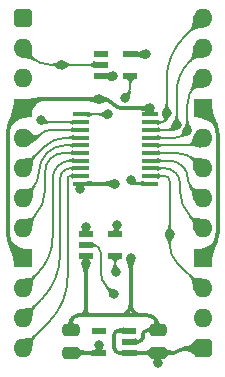
<source format=gtl>
%TF.GenerationSoftware,KiCad,Pcbnew,9.0.7*%
%TF.CreationDate,2026-01-29T14:57:27+02:00*%
%TF.ProjectId,HCP65 Board Presence,48435036-3520-4426-9f61-726420507265,V0*%
%TF.SameCoordinates,Original*%
%TF.FileFunction,Copper,L1,Top*%
%TF.FilePolarity,Positive*%
%FSLAX46Y46*%
G04 Gerber Fmt 4.6, Leading zero omitted, Abs format (unit mm)*
G04 Created by KiCad (PCBNEW 9.0.7) date 2026-01-29 14:57:27*
%MOMM*%
%LPD*%
G01*
G04 APERTURE LIST*
G04 Aperture macros list*
%AMRoundRect*
0 Rectangle with rounded corners*
0 $1 Rounding radius*
0 $2 $3 $4 $5 $6 $7 $8 $9 X,Y pos of 4 corners*
0 Add a 4 corners polygon primitive as box body*
4,1,4,$2,$3,$4,$5,$6,$7,$8,$9,$2,$3,0*
0 Add four circle primitives for the rounded corners*
1,1,$1+$1,$2,$3*
1,1,$1+$1,$4,$5*
1,1,$1+$1,$6,$7*
1,1,$1+$1,$8,$9*
0 Add four rect primitives between the rounded corners*
20,1,$1+$1,$2,$3,$4,$5,0*
20,1,$1+$1,$4,$5,$6,$7,0*
20,1,$1+$1,$6,$7,$8,$9,0*
20,1,$1+$1,$8,$9,$2,$3,0*%
G04 Aperture macros list end*
%TA.AperFunction,SMDPad,CuDef*%
%ADD10R,1.250000X0.600000*%
%TD*%
%TA.AperFunction,SMDPad,CuDef*%
%ADD11RoundRect,0.250000X0.475000X-0.250000X0.475000X0.250000X-0.475000X0.250000X-0.475000X-0.250000X0*%
%TD*%
%TA.AperFunction,SMDPad,CuDef*%
%ADD12R,1.475000X0.450000*%
%TD*%
%TA.AperFunction,ComponentPad*%
%ADD13RoundRect,0.400000X-0.400000X-0.400000X0.400000X-0.400000X0.400000X0.400000X-0.400000X0.400000X0*%
%TD*%
%TA.AperFunction,ComponentPad*%
%ADD14O,1.600000X1.600000*%
%TD*%
%TA.AperFunction,ComponentPad*%
%ADD15R,1.600000X1.600000*%
%TD*%
%TA.AperFunction,SMDPad,CuDef*%
%ADD16R,1.150000X0.600000*%
%TD*%
%TA.AperFunction,ViaPad*%
%ADD17C,0.800000*%
%TD*%
%TA.AperFunction,Conductor*%
%ADD18C,0.380000*%
%TD*%
%TA.AperFunction,Conductor*%
%ADD19C,0.200000*%
%TD*%
G04 APERTURE END LIST*
D10*
%TO.P,IC1,1,B*%
%TO.N,~{Read State}*%
X5334000Y-18227000D03*
%TO.P,IC1,2,A*%
%TO.N,~{RD}*%
X5334000Y-19177000D03*
%TO.P,IC1,3,GND*%
%TO.N,GND*%
X5334000Y-20127000D03*
%TO.P,IC1,4,Y*%
%TO.N,/~{Read State+RD}*%
X7834000Y-20127000D03*
%TO.P,IC1,5,3V*%
%TO.N,/3.3V*%
X7834000Y-18227000D03*
%TD*%
%TO.P,IC3,5,3V*%
%TO.N,/3.3V*%
X9124000Y-2987000D03*
%TO.P,IC3,4,Y*%
%TO.N,/Read State*%
X9124000Y-4887000D03*
%TO.P,IC3,3,GND*%
%TO.N,GND*%
X6624000Y-4887000D03*
%TO.P,IC3,2,A*%
%TO.N,~{Read State}*%
X6624000Y-3937000D03*
%TO.P,IC3,1,N.C.*%
%TO.N,unconnected-(IC3-N.C.-Pad1)*%
X6624000Y-2987000D03*
%TD*%
D11*
%TO.P,C5,1*%
%TO.N,/3.3V*%
X4064000Y-28321000D03*
%TO.P,C5,2*%
%TO.N,GND*%
X4064000Y-26421000D03*
%TD*%
D12*
%TO.P,IC2,1,~{OE}*%
%TO.N,/~{Read State+RD}*%
X10795000Y-13995000D03*
%TO.P,IC2,2,D0*%
%TO.N,S0*%
X10795000Y-13345000D03*
%TO.P,IC2,3,D1*%
%TO.N,S1*%
X10795000Y-12695000D03*
%TO.P,IC2,4,D2*%
%TO.N,S2*%
X10795000Y-12045000D03*
%TO.P,IC2,5,D3*%
%TO.N,S3*%
X10795000Y-11395000D03*
%TO.P,IC2,6,D4*%
%TO.N,S4*%
X10795000Y-10745000D03*
%TO.P,IC2,7,D5*%
%TO.N,S5*%
X10795000Y-10095000D03*
%TO.P,IC2,8,D6*%
%TO.N,S6*%
X10795000Y-9445000D03*
%TO.P,IC2,9,D7*%
%TO.N,S7*%
X10795000Y-8795000D03*
%TO.P,IC2,10,GND*%
%TO.N,GND*%
X10795000Y-8145000D03*
%TO.P,IC2,11,CP*%
%TO.N,/Read State*%
X4919000Y-8145000D03*
%TO.P,IC2,12,Q7*%
%TO.N,D7*%
X4919000Y-8795000D03*
%TO.P,IC2,13,Q6*%
%TO.N,D6*%
X4919000Y-9445000D03*
%TO.P,IC2,14,Q5*%
%TO.N,D5*%
X4919000Y-10095000D03*
%TO.P,IC2,15,Q4*%
%TO.N,D4*%
X4919000Y-10745000D03*
%TO.P,IC2,16,Q3*%
%TO.N,D3*%
X4919000Y-11395000D03*
%TO.P,IC2,17,Q2*%
%TO.N,D2*%
X4919000Y-12045000D03*
%TO.P,IC2,18,Q1*%
%TO.N,D1*%
X4919000Y-12695000D03*
%TO.P,IC2,19,Q0*%
%TO.N,D0*%
X4919000Y-13345000D03*
%TO.P,IC2,20,3V*%
%TO.N,/3.3V*%
X4919000Y-13995000D03*
%TD*%
D11*
%TO.P,C4,1*%
%TO.N,5V*%
X11430000Y-28321000D03*
%TO.P,C4,2*%
%TO.N,GND*%
X11430000Y-26421000D03*
%TD*%
D13*
%TO.P,J1,1*%
%TO.N,5V*%
X0Y0D03*
D14*
%TO.P,J1,2*%
%TO.N,~{Read State}*%
X0Y-2540000D03*
%TO.P,J1,3*%
%TO.N,D7*%
X0Y-5080000D03*
D15*
%TO.P,J1,4*%
%TO.N,GND*%
X0Y-7620000D03*
D14*
%TO.P,J1,5*%
%TO.N,D6*%
X0Y-10160000D03*
%TO.P,J1,6*%
%TO.N,D5*%
X0Y-12700000D03*
%TO.P,J1,7*%
%TO.N,D4*%
X0Y-15240000D03*
%TO.P,J1,8*%
%TO.N,D3*%
X0Y-17780000D03*
D15*
%TO.P,J1,9*%
%TO.N,GND*%
X0Y-20320000D03*
D14*
%TO.P,J1,10*%
%TO.N,D2*%
X0Y-22860000D03*
%TO.P,J1,11*%
%TO.N,D1*%
X0Y-25400000D03*
%TO.P,J1,12*%
%TO.N,D0*%
X0Y-27940000D03*
D13*
%TO.P,J1,13*%
%TO.N,5V*%
X15240000Y-27940000D03*
D14*
%TO.P,J1,14*%
%TO.N,~{RD}*%
X15240000Y-25400000D03*
%TO.P,J1,15*%
%TO.N,S0*%
X15240000Y-22860000D03*
D15*
%TO.P,J1,16*%
%TO.N,GND*%
X15240000Y-20320000D03*
D14*
%TO.P,J1,17*%
%TO.N,S1*%
X15240000Y-17780000D03*
%TO.P,J1,18*%
%TO.N,S2*%
X15240000Y-15240000D03*
%TO.P,J1,19*%
%TO.N,S3*%
X15240000Y-12700000D03*
%TO.P,J1,20*%
%TO.N,S4*%
X15240000Y-10160000D03*
D15*
%TO.P,J1,21*%
%TO.N,GND*%
X15240000Y-7620000D03*
D14*
%TO.P,J1,22*%
%TO.N,S5*%
X15240000Y-5080000D03*
%TO.P,J1,23*%
%TO.N,S6*%
X15240000Y-2540000D03*
%TO.P,J1,24*%
%TO.N,S7*%
X15240000Y0D03*
%TD*%
D16*
%TO.P,IC5,1,6VIn*%
%TO.N,5V*%
X9047000Y-28337000D03*
%TO.P,IC5,2,GND*%
%TO.N,GND*%
X9047000Y-27387000D03*
%TO.P,IC5,3,EN*%
%TO.N,5V*%
X9047000Y-26437000D03*
%TO.P,IC5,4,ADJ*%
%TO.N,unconnected-(IC5-ADJ-Pad4)*%
X6447000Y-26437000D03*
%TO.P,IC5,5,3.3VOut*%
%TO.N,/3.3V*%
X6447000Y-28337000D03*
%TD*%
D17*
%TO.N,~{RD}*%
X7747000Y-23368000D03*
%TO.N,GND*%
X5334000Y-20701000D03*
X9144000Y-20320000D03*
%TO.N,~{Read State}*%
X5334000Y-17653000D03*
%TO.N,/3.3V*%
X8001000Y-17526000D03*
%TO.N,/~{Read State+RD}*%
X7874000Y-21463000D03*
X9144000Y-13716000D03*
%TO.N,/3.3V*%
X4826000Y-14478000D03*
%TO.N,S0*%
X12446000Y-18288000D03*
%TO.N,S5*%
X13950464Y-9505464D03*
%TO.N,S6*%
X13035108Y-9048892D03*
%TO.N,S7*%
X12182502Y-8021289D03*
%TO.N,/Read State*%
X7239000Y-8145000D03*
X8636000Y-6731000D03*
%TO.N,D7*%
X1524000Y-8636000D03*
%TO.N,GND*%
X6477000Y-6858000D03*
X7620000Y-4903000D03*
%TO.N,/3.3V*%
X10414000Y-3048000D03*
%TO.N,GND*%
X10795000Y-7620000D03*
%TO.N,5V*%
X11430000Y-29210000D03*
%TO.N,/3.3V*%
X7841362Y-14023519D03*
X6477000Y-27686000D03*
%TO.N,~{Read State}*%
X3302000Y-3936998D03*
%TD*%
D18*
%TO.N,/3.3V*%
X7827102Y-14009259D02*
G75*
G03*
X7792677Y-13995021I-34402J-34441D01*
G01*
X5342000Y-28329000D02*
G75*
G03*
X5361313Y-28336994I19300J19300D01*
G01*
X5342000Y-28329000D02*
G75*
G03*
X5322686Y-28321006I-19300J-19300D01*
G01*
X6462000Y-27701000D02*
G75*
G03*
X6447005Y-27737213I36200J-36200D01*
G01*
X4984760Y-13995000D02*
G75*
G03*
X4872532Y-14041532I40J-158700D01*
G01*
X4872500Y-14041500D02*
G75*
G03*
X4825955Y-14153760I112200J-112300D01*
G01*
X8001000Y-17941913D02*
G75*
G02*
X7917496Y-18143496I-285100J13D01*
G01*
%TO.N,5V*%
X10406000Y-28329000D02*
G75*
G02*
X10386686Y-28336994I-19300J19300D01*
G01*
X13731407Y-27940000D02*
G75*
G03*
X13271498Y-28130498I-7J-650400D01*
G01*
X7882000Y-28202000D02*
G75*
G03*
X8207918Y-28336992I325900J325900D01*
G01*
X7747000Y-27876081D02*
G75*
G03*
X7881994Y-28202006I460900J-19D01*
G01*
X10425313Y-28321000D02*
G75*
G03*
X10405996Y-28328996I-13J-27300D01*
G01*
X7863500Y-26553500D02*
G75*
G03*
X7746982Y-26834755I281300J-281300D01*
G01*
X8144755Y-26437000D02*
G75*
G03*
X7863513Y-26553513I45J-397800D01*
G01*
X13271500Y-28130500D02*
G75*
G02*
X12811592Y-28320997I-459900J459900D01*
G01*
%TO.N,GND*%
X16510000Y-18151974D02*
G75*
G02*
X15875001Y-19685001I-2168040J4D01*
G01*
X11176000Y-25400000D02*
G75*
G02*
X11429996Y-26013210I-613200J-613200D01*
G01*
X15875000Y-8255000D02*
G75*
G02*
X16509989Y-9788025I-1533000J-1533000D01*
G01*
X8255000Y-25146000D02*
G75*
G03*
X9144000Y-24257000I0J889000D01*
G01*
X9144000Y-24257000D02*
G75*
G03*
X10033000Y-25146000I889000J0D01*
G01*
X10284500Y-26545500D02*
G75*
G03*
X10159987Y-26846069I300600J-300600D01*
G01*
X4254500Y-25336500D02*
G75*
G03*
X4064003Y-25796407I459900J-459900D01*
G01*
X7620000Y-7239000D02*
G75*
G03*
X8539815Y-7619994I919800J919800D01*
G01*
X11176000Y-25400000D02*
G75*
G03*
X10562789Y-25146004I-613200J-613200D01*
G01*
X-1270000Y-18151974D02*
G75*
G03*
X-634998Y-19684999I2168030J4D01*
G01*
X7508407Y-7127407D02*
G75*
G03*
X6858000Y-6857995I-650407J-650393D01*
G01*
X1300815Y-6858000D02*
G75*
G03*
X381000Y-7239000I-5J-1300800D01*
G01*
X4714407Y-25146000D02*
G75*
G03*
X4254498Y-25336498I-7J-650400D01*
G01*
X-634999Y-8255000D02*
G75*
G03*
X-1270001Y-9788025I1533029J-1533030D01*
G01*
X7612000Y-4895000D02*
G75*
G03*
X7592686Y-4887006I-19300J-19300D01*
G01*
X4889500Y-25146000D02*
G75*
G03*
X5334000Y-24701500I0J444500D01*
G01*
X5334000Y-24701500D02*
G75*
G03*
X5778500Y-25146000I444500J0D01*
G01*
X10160000Y-27030214D02*
G75*
G02*
X10055496Y-27282496I-356800J14D01*
G01*
X10055500Y-27282500D02*
G75*
G02*
X9803214Y-27387006I-252300J252300D01*
G01*
X10585069Y-26421000D02*
G75*
G03*
X10284509Y-26545509I31J-425100D01*
G01*
X10033000Y-25146000D02*
X8255000Y-25146000D01*
X5778500Y-25146000D02*
X4889500Y-25146000D01*
D19*
%TO.N,/Read State*%
X9124000Y-5897931D02*
G75*
G02*
X8879999Y-6486999I-833070J1D01*
G01*
%TO.N,~{Read State}*%
X723478Y-3263478D02*
G75*
G03*
X2349499Y-3936997I1626022J1626028D01*
G01*
%TO.N,~{RD}*%
X6413500Y-19367500D02*
G75*
G02*
X6603997Y-19827407I-459900J-459900D01*
G01*
X6413500Y-19367500D02*
G75*
G03*
X5953592Y-19177003I-459900J-459900D01*
G01*
X6604000Y-21416776D02*
G75*
G03*
X7175497Y-22796503I1951230J-4D01*
G01*
%TO.N,/~{Read State+RD}*%
X7834000Y-21394715D02*
G75*
G03*
X7854005Y-21442995I68300J15D01*
G01*
X9283500Y-13855500D02*
G75*
G03*
X9620282Y-13995007I336800J336800D01*
G01*
%TO.N,S0*%
X12324000Y-13467000D02*
G75*
G03*
X12029465Y-13345014I-294500J-294500D01*
G01*
X12324000Y-13467000D02*
G75*
G02*
X12445986Y-13761534I-294500J-294500D01*
G01*
X12446000Y-19177000D02*
G75*
G03*
X13074624Y-20694610I2146200J0D01*
G01*
%TO.N,S6*%
X12837054Y-9246946D02*
G75*
G02*
X12358909Y-9445006I-478154J478146D01*
G01*
X14137554Y-3642446D02*
G75*
G03*
X13035100Y-6303986I2661546J-2661554D01*
G01*
%TO.N,S7*%
X12182502Y-8322981D02*
G75*
G02*
X12044257Y-8656755I-472002J-19D01*
G01*
X13711251Y-1528749D02*
G75*
G03*
X12182501Y-5219475I3690709J-3690721D01*
G01*
%TO.N,S1*%
X13335000Y-14668500D02*
G75*
G03*
X14188134Y-16728114I2912700J0D01*
G01*
X12951500Y-13078500D02*
G75*
G02*
X13335020Y-14004350I-925900J-925900D01*
G01*
X12951500Y-13078500D02*
G75*
G03*
X12025649Y-12694980I-925900J-925900D01*
G01*
%TO.N,S4*%
X14947500Y-10452500D02*
G75*
G02*
X14241342Y-10745018I-706200J706200D01*
G01*
%TO.N,S3*%
X14587500Y-12047500D02*
G75*
G03*
X13012225Y-11394989I-1575300J-1575300D01*
G01*
%TO.N,S5*%
X14595232Y-5724768D02*
G75*
G03*
X13950435Y-7281375I1556568J-1556632D01*
G01*
X13655696Y-9800232D02*
G75*
G02*
X12944063Y-10094974I-711596J711632D01*
G01*
%TO.N,S2*%
X13610789Y-12594789D02*
G75*
G02*
X13970006Y-13462000I-867189J-867211D01*
G01*
X13970000Y-13462000D02*
G75*
G03*
X14329214Y-14329206I1226400J0D01*
G01*
X13515500Y-12499500D02*
G75*
G03*
X12418239Y-12044983I-1097300J-1097300D01*
G01*
%TO.N,D7*%
X1603500Y-8715500D02*
G75*
G03*
X1795429Y-8794988I191900J191900D01*
G01*
%TO.N,D6*%
X2410581Y-9445000D02*
G75*
G03*
X1547502Y-9802502I-1J-1220570D01*
G01*
X1547500Y-9802500D02*
G75*
G02*
X684418Y-10160004I-863090J863090D01*
G01*
%TO.N,D1*%
X3175000Y-19979935D02*
G75*
G02*
X1587500Y-23812500I-5420069J1D01*
G01*
X3431500Y-12951500D02*
G75*
G03*
X3175002Y-13570745I619240J-619240D01*
G01*
X4050745Y-12695000D02*
G75*
G03*
X3431498Y-12951498I-5J-875740D01*
G01*
%TO.N,D5*%
X3762000Y-10095000D02*
G75*
G03*
X1786887Y-10913132I0J-2793200D01*
G01*
%TO.N,D4*%
X3650380Y-10745000D02*
G75*
G03*
X2057000Y-11405000I0J-2253380D01*
G01*
X2025617Y-11436382D02*
G75*
G03*
X1396998Y-12954000I1517613J-1517618D01*
G01*
X1397000Y-12954000D02*
G75*
G02*
X768382Y-14471617I-2146241J3D01*
G01*
%TO.N,D0*%
X3810000Y-21876036D02*
G75*
G02*
X2216207Y-25723792I-5441559J4D01*
G01*
X4026802Y-13345000D02*
G75*
G03*
X3873499Y-13408499I-2J-216800D01*
G01*
X3873500Y-13408500D02*
G75*
G03*
X3810001Y-13561802I153300J-153300D01*
G01*
%TO.N,D3*%
X1905000Y-14527961D02*
G75*
G02*
X952500Y-16827500I-3252046J2D01*
G01*
X3482366Y-11395000D02*
G75*
G03*
X2367000Y-11857000I-6J-1577350D01*
G01*
X2367000Y-11857000D02*
G75*
G03*
X1905000Y-12972366I1115350J-1115360D01*
G01*
%TO.N,D2*%
X4091760Y-12045000D02*
G75*
G03*
X2994502Y-12499502I0J-1551750D01*
G01*
X2994500Y-12499500D02*
G75*
G03*
X2539997Y-13596760I1097250J-1097260D01*
G01*
X2540000Y-18523948D02*
G75*
G02*
X1270000Y-21590000I-4336063J4D01*
G01*
D18*
%TO.N,GND*%
X4714407Y-25146000D02*
X4889500Y-25146000D01*
X8255000Y-25146000D02*
X5778500Y-25146000D01*
X5334000Y-24701500D02*
X5334000Y-20701000D01*
X9144000Y-24257000D02*
X9144000Y-20320000D01*
X10033000Y-25146000D02*
X10562789Y-25146000D01*
X11430000Y-26013210D02*
X11430000Y-26421000D01*
D19*
%TO.N,~{Read State}*%
X3302000Y-3936998D02*
X2349499Y-3936998D01*
X723478Y-3263478D02*
X0Y-2540000D01*
X5334000Y-17653000D02*
X5334000Y-18227000D01*
%TO.N,~{RD}*%
X5953592Y-19177000D02*
X5334000Y-19177000D01*
X6604000Y-19827407D02*
X6604000Y-21416776D01*
X7747000Y-23368000D02*
X7175500Y-22796500D01*
%TO.N,/~{Read State+RD}*%
X9144000Y-13716000D02*
X9283500Y-13855500D01*
X9620282Y-13995000D02*
X10795000Y-13995000D01*
X7854000Y-21443000D02*
X7874000Y-21463000D01*
X7834000Y-21394715D02*
X7834000Y-20127000D01*
D18*
%TO.N,/3.3V*%
X8001000Y-17526000D02*
X8001000Y-17941913D01*
D19*
%TO.N,~{Read State}*%
X3302002Y-3937000D02*
X6624000Y-3937000D01*
X3302002Y-3937000D02*
X3302000Y-3936998D01*
%TO.N,/Read State*%
X8636000Y-6731000D02*
X8880000Y-6487000D01*
X9124000Y-5897931D02*
X9124000Y-4887000D01*
X7239000Y-8145000D02*
X4919000Y-8145000D01*
D18*
%TO.N,GND*%
X7620000Y-7239000D02*
X7508407Y-7127407D01*
X6477000Y-6858000D02*
X6858000Y-6858000D01*
X8539815Y-7620000D02*
X10795000Y-7620000D01*
X6477000Y-6858000D02*
X1300815Y-6858000D01*
%TO.N,/3.3V*%
X7792677Y-13995000D02*
X4984760Y-13995000D01*
X7827102Y-14009259D02*
X7841362Y-14023519D01*
X4826000Y-14478000D02*
X4826000Y-14153760D01*
D19*
%TO.N,S0*%
X12446000Y-13761534D02*
X12446000Y-18288000D01*
%TO.N,S7*%
X12182502Y-8021289D02*
X12182502Y-8322981D01*
X11906000Y-8795000D02*
X12044251Y-8656749D01*
X11906000Y-8795000D02*
X10795000Y-8795000D01*
X12182502Y-8021289D02*
X12182502Y-5219475D01*
X13711251Y-1528749D02*
X15240000Y0D01*
%TO.N,S6*%
X13035108Y-9048892D02*
X13035108Y-6303986D01*
X14137554Y-3642446D02*
X15240000Y-2540000D01*
X12837054Y-9246946D02*
X13035108Y-9048892D01*
X12358909Y-9445000D02*
X10795000Y-9445000D01*
%TO.N,S5*%
X13950464Y-9505464D02*
X13950464Y-7281375D01*
X14595232Y-5724768D02*
X15240000Y-5080000D01*
%TO.N,S4*%
X14241342Y-10745000D02*
X10795000Y-10745000D01*
%TO.N,S5*%
X13950464Y-9505464D02*
X13655696Y-9800232D01*
X12944063Y-10095000D02*
X10795000Y-10095000D01*
%TO.N,D7*%
X1795429Y-8795000D02*
X4919000Y-8795000D01*
X1524000Y-8636000D02*
X1603500Y-8715500D01*
D18*
%TO.N,GND*%
X7612000Y-4895000D02*
X7620000Y-4903000D01*
X7592686Y-4887000D02*
X6624000Y-4887000D01*
%TO.N,/3.3V*%
X10414000Y-3048000D02*
X9185000Y-3048000D01*
%TO.N,GND*%
X15875000Y-19685000D02*
X15240000Y-20320000D01*
X4064000Y-25796407D02*
X4064000Y-26421000D01*
X-634999Y-19685000D02*
X0Y-20320000D01*
X-1270000Y-18151974D02*
X-1270000Y-9788025D01*
X-380999Y-8001000D02*
X-634999Y-8255000D01*
X9803214Y-27387000D02*
X9047000Y-27387000D01*
X15875000Y-8255000D02*
X15240000Y-7620000D01*
X16510000Y-18151974D02*
X16510000Y-9788025D01*
X11430000Y-26421000D02*
X10585069Y-26421000D01*
X10160000Y-26846069D02*
X10160000Y-27030214D01*
X10795000Y-7620000D02*
X10795000Y-8145000D01*
%TO.N,5V*%
X12811592Y-28321000D02*
X11430000Y-28321000D01*
X7747000Y-27876081D02*
X7747000Y-26834755D01*
X13731407Y-27940000D02*
X15240000Y-27940000D01*
X10425313Y-28321000D02*
X11430000Y-28321000D01*
X11430000Y-29210000D02*
X11430000Y-28321000D01*
X8207918Y-28337000D02*
X9047000Y-28337000D01*
X10386686Y-28337000D02*
X9047000Y-28337000D01*
X8144755Y-26437000D02*
X9047000Y-26437000D01*
%TO.N,/3.3V*%
X6477000Y-27686000D02*
X6462000Y-27701000D01*
X5322686Y-28321000D02*
X4064000Y-28321000D01*
X6447000Y-28337000D02*
X6447000Y-27737213D01*
X6447000Y-28337000D02*
X5361313Y-28337000D01*
D19*
%TO.N,D2*%
X4091760Y-12045000D02*
X4919000Y-12045000D01*
X2540000Y-13596760D02*
X2540000Y-18523948D01*
X1270000Y-21590000D02*
X0Y-22860000D01*
%TO.N,D3*%
X952500Y-16827500D02*
X0Y-17780000D01*
X3482366Y-11395000D02*
X4919000Y-11395000D01*
X1905000Y-14527961D02*
X1905000Y-12972366D01*
%TO.N,D0*%
X3810000Y-21876036D02*
X3810000Y-13561802D01*
X2216207Y-25723792D02*
X0Y-27940000D01*
X4026802Y-13345000D02*
X4919000Y-13345000D01*
%TO.N,D4*%
X2056999Y-11404999D02*
X2025617Y-11436382D01*
X768382Y-14471617D02*
X0Y-15240000D01*
X3650380Y-10745000D02*
X4919000Y-10745000D01*
%TO.N,D5*%
X3762000Y-10095000D02*
X4919000Y-10095000D01*
X1786877Y-10913122D02*
X0Y-12700000D01*
%TO.N,D1*%
X3175000Y-19979935D02*
X3175000Y-13570745D01*
X4050745Y-12695000D02*
X4919000Y-12695000D01*
X1587500Y-23812500D02*
X0Y-25400000D01*
%TO.N,D6*%
X2410581Y-9445000D02*
X4919000Y-9445000D01*
%TO.N,S2*%
X13610789Y-12594789D02*
X13515500Y-12499500D01*
X14329210Y-14329210D02*
X15240000Y-15240000D01*
X12418239Y-12045000D02*
X10795000Y-12045000D01*
%TO.N,S3*%
X13012225Y-11395000D02*
X10795000Y-11395000D01*
X14587500Y-12047500D02*
X15240000Y-12700000D01*
%TO.N,S1*%
X12025649Y-12695000D02*
X10795000Y-12695000D01*
X14188124Y-16728124D02*
X15240000Y-17780000D01*
X13335000Y-14668500D02*
X13335000Y-14004350D01*
%TO.N,S0*%
X12029465Y-13345000D02*
X10795000Y-13345000D01*
X13074617Y-20694617D02*
X15240000Y-22860000D01*
X12446000Y-18288000D02*
X12446000Y-19177000D01*
%TD*%
%TA.AperFunction,Conductor*%
%TO.N,GND*%
G36*
X16230000Y-18771809D02*
G01*
X16574809Y-18864200D01*
X16581913Y-18869651D01*
X16583082Y-18878529D01*
X16582073Y-18881066D01*
X16572111Y-18899488D01*
X16572095Y-18899519D01*
X16380054Y-19298503D01*
X16380053Y-19298507D01*
X16220237Y-19706120D01*
X16112340Y-20065103D01*
X16054901Y-20360627D01*
X16040973Y-20579380D01*
X16037028Y-20587419D01*
X16028554Y-20590313D01*
X16025511Y-20589707D01*
X15244339Y-20322537D01*
X15237620Y-20316618D01*
X15237611Y-20316600D01*
X14856527Y-19535994D01*
X14855977Y-19527056D01*
X14861908Y-19520347D01*
X14866496Y-19519174D01*
X14969857Y-19514374D01*
X15097166Y-19496917D01*
X15191012Y-19475860D01*
X15222948Y-19468696D01*
X15222953Y-19468694D01*
X15222964Y-19468692D01*
X15355983Y-19427369D01*
X15484882Y-19376112D01*
X15614597Y-19313014D01*
X15736986Y-19242025D01*
X15850993Y-19164456D01*
X15954759Y-19082130D01*
X16118395Y-18918515D01*
X16217377Y-18776421D01*
X16224915Y-18771594D01*
X16230000Y-18771809D01*
G37*
%TD.AperFunction*%
%TD*%
%TA.AperFunction,Conductor*%
%TO.N,GND*%
G36*
X11375293Y-25339669D02*
G01*
X11377497Y-25342886D01*
X11469111Y-25540877D01*
X11469115Y-25540884D01*
X11469117Y-25540887D01*
X11578634Y-25725116D01*
X11676619Y-25841596D01*
X11761737Y-25902332D01*
X11820589Y-25916622D01*
X11827820Y-25921905D01*
X11829198Y-25930753D01*
X11826899Y-25935382D01*
X11437840Y-26412946D01*
X11429958Y-26417195D01*
X11421687Y-26414869D01*
X10847223Y-25977992D01*
X10842712Y-25970256D01*
X10844992Y-25961597D01*
X10852120Y-25957185D01*
X10905847Y-25946975D01*
X10937269Y-25941004D01*
X10937270Y-25941003D01*
X10937273Y-25941003D01*
X10989806Y-25917590D01*
X11031879Y-25887876D01*
X11068306Y-25847947D01*
X11093495Y-25803682D01*
X11110865Y-25747062D01*
X11115914Y-25690866D01*
X11110660Y-25637120D01*
X11099327Y-25598800D01*
X11100267Y-25589897D01*
X11102413Y-25587074D01*
X11358751Y-25339383D01*
X11367080Y-25336101D01*
X11375293Y-25339669D01*
G37*
%TD.AperFunction*%
%TD*%
%TA.AperFunction,Conductor*%
%TO.N,GND*%
G36*
X16033737Y-7351079D02*
G01*
X16039657Y-7357798D01*
X16040285Y-7361376D01*
X16041596Y-7435194D01*
X16056196Y-7588822D01*
X16056196Y-7588825D01*
X16083948Y-7749980D01*
X16083951Y-7749995D01*
X16133168Y-7954320D01*
X16195678Y-8161033D01*
X16285199Y-8410583D01*
X16285204Y-8410594D01*
X16382653Y-8647216D01*
X16489380Y-8878234D01*
X16582582Y-9059074D01*
X16583326Y-9067998D01*
X16577542Y-9074834D01*
X16575210Y-9075735D01*
X16230400Y-9168122D01*
X16221522Y-9166953D01*
X16217554Y-9163184D01*
X16157816Y-9071009D01*
X16137734Y-9046788D01*
X16086051Y-8984453D01*
X16086045Y-8984447D01*
X16086041Y-8984442D01*
X16000720Y-8898704D01*
X16000715Y-8898699D01*
X16000714Y-8898698D01*
X16000710Y-8898694D01*
X15902148Y-8814467D01*
X15792608Y-8734249D01*
X15792605Y-8734247D01*
X15792602Y-8734245D01*
X15556159Y-8597041D01*
X15311982Y-8497644D01*
X15311980Y-8497643D01*
X15073768Y-8439012D01*
X14865764Y-8421438D01*
X14857809Y-8417327D01*
X14855091Y-8408795D01*
X14856234Y-8404650D01*
X15237612Y-7623397D01*
X15244317Y-7617469D01*
X16024802Y-7350514D01*
X16033737Y-7351079D01*
G37*
%TD.AperFunction*%
%TD*%
%TA.AperFunction,Conductor*%
%TO.N,GND*%
G36*
X-981410Y-18773057D02*
G01*
X-977443Y-18776824D01*
X-941922Y-18831631D01*
X-920181Y-18865179D01*
X-917724Y-18868969D01*
X-845962Y-18955526D01*
X-760619Y-19041289D01*
X-662058Y-19125521D01*
X-552518Y-19205742D01*
X-316077Y-19342955D01*
X-71911Y-19442356D01*
X162726Y-19500113D01*
X166280Y-19500988D01*
X289017Y-19511358D01*
X374257Y-19518561D01*
X382211Y-19522672D01*
X384929Y-19531204D01*
X383785Y-19535352D01*
X2389Y-20316600D01*
X-4319Y-20322530D01*
X-4330Y-20322534D01*
X-4339Y-20322537D01*
X-784800Y-20589465D01*
X-793737Y-20588900D01*
X-799656Y-20582181D01*
X-800284Y-20578603D01*
X-801599Y-20504524D01*
X-801599Y-20504507D01*
X-816202Y-20350901D01*
X-816206Y-20350872D01*
X-843968Y-20189690D01*
X-893194Y-19985346D01*
X-955707Y-19778630D01*
X-1045214Y-19529131D01*
X-1045219Y-19529117D01*
X-1142651Y-19292545D01*
X-1249317Y-19061671D01*
X-1342469Y-18880939D01*
X-1343213Y-18872015D01*
X-1337429Y-18865179D01*
X-1335101Y-18864279D01*
X-990288Y-18771888D01*
X-981410Y-18773057D01*
G37*
%TD.AperFunction*%
%TD*%
%TA.AperFunction,Conductor*%
%TO.N,GND*%
G36*
X6566753Y-6468380D02*
G01*
X6720236Y-6503667D01*
X6721130Y-6503913D01*
X6840524Y-6541946D01*
X6840800Y-6542034D01*
X6842243Y-6542601D01*
X7028861Y-6630686D01*
X7029293Y-6630902D01*
X7062549Y-6648448D01*
X7062562Y-6648454D01*
X7062568Y-6648457D01*
X7318574Y-6768492D01*
X7324610Y-6775107D01*
X7324416Y-6783562D01*
X7187334Y-7114504D01*
X7181002Y-7120836D01*
X7173119Y-7121220D01*
X7063978Y-7088014D01*
X7063972Y-7088013D01*
X6971741Y-7086303D01*
X6893906Y-7109643D01*
X6893901Y-7109645D01*
X6817795Y-7148498D01*
X6817709Y-7148541D01*
X6708855Y-7202990D01*
X6707050Y-7203712D01*
X6567388Y-7246527D01*
X6558474Y-7245676D01*
X6552773Y-7238770D01*
X6552489Y-7237647D01*
X6545521Y-7202990D01*
X6476541Y-6859925D01*
X6476541Y-6855314D01*
X6552661Y-6477470D01*
X6557655Y-6470039D01*
X6566442Y-6468313D01*
X6566753Y-6468380D01*
G37*
%TD.AperFunction*%
%TD*%
%TA.AperFunction,Conductor*%
%TO.N,GND*%
G36*
X1585860Y-6672124D02*
G01*
X1590416Y-6679833D01*
X1590532Y-6681478D01*
X1590532Y-7037972D01*
X1587105Y-7046245D01*
X1580623Y-7049534D01*
X1563902Y-7052123D01*
X1488542Y-7072099D01*
X1410946Y-7104256D01*
X1329346Y-7149935D01*
X1329339Y-7149939D01*
X1248336Y-7207386D01*
X1095899Y-7352828D01*
X1095892Y-7352837D01*
X968913Y-7527172D01*
X968906Y-7527183D01*
X875564Y-7718499D01*
X875563Y-7718502D01*
X818972Y-7918750D01*
X801756Y-8104502D01*
X797580Y-8112423D01*
X789026Y-8115072D01*
X783880Y-8113328D01*
X474307Y-7918749D01*
X3108Y-7622582D01*
X-2072Y-7615279D01*
X-130524Y-7049534D01*
X-179084Y-6835660D01*
X-177574Y-6826833D01*
X-170265Y-6821659D01*
X-166646Y-6821415D01*
X-29691Y-6833534D01*
X127680Y-6835537D01*
X138997Y-6835682D01*
X139002Y-6835682D01*
X506989Y-6813465D01*
X888071Y-6768640D01*
X1248992Y-6716496D01*
X1577189Y-6669894D01*
X1585860Y-6672124D01*
G37*
%TD.AperFunction*%
%TD*%
%TA.AperFunction,Conductor*%
%TO.N,GND*%
G36*
X-785514Y-7350289D02*
G01*
X-4337Y-7617463D01*
X2379Y-7623380D01*
X125166Y-7874895D01*
X383471Y-8404005D01*
X384021Y-8412943D01*
X378090Y-8419652D01*
X373500Y-8420825D01*
X270153Y-8425624D01*
X270146Y-8425624D01*
X270144Y-8425625D01*
X142835Y-8443082D01*
X142826Y-8443084D01*
X17052Y-8471303D01*
X17032Y-8471309D01*
X-115977Y-8512629D01*
X-115994Y-8512635D01*
X-244878Y-8563885D01*
X-374590Y-8626981D01*
X-374599Y-8626986D01*
X-496995Y-8697980D01*
X-610984Y-8775536D01*
X-610988Y-8775539D01*
X-610993Y-8775543D01*
X-714759Y-8857869D01*
X-878396Y-9021483D01*
X-977377Y-9163575D01*
X-984916Y-9168404D01*
X-990004Y-9168188D01*
X-1334810Y-9075798D01*
X-1341914Y-9070347D01*
X-1343083Y-9061469D01*
X-1342074Y-9058932D01*
X-1332110Y-9040506D01*
X-1332094Y-9040475D01*
X-1140053Y-8641493D01*
X-1140052Y-8641489D01*
X-980237Y-8233878D01*
X-872340Y-7874895D01*
X-814901Y-7579371D01*
X-800973Y-7360617D01*
X-797028Y-7352578D01*
X-788554Y-7349684D01*
X-785514Y-7350289D01*
G37*
%TD.AperFunction*%
%TD*%
%TA.AperFunction,Conductor*%
%TO.N,/Read State*%
G36*
X9184549Y-6117774D02*
G01*
X9191994Y-6122749D01*
X9193741Y-6131532D01*
X9193687Y-6131790D01*
X9150648Y-6325272D01*
X9150507Y-6325838D01*
X9112319Y-6464498D01*
X9112278Y-6464642D01*
X9107666Y-6480585D01*
X9071459Y-6613764D01*
X9071445Y-6613818D01*
X9030779Y-6797877D01*
X9025648Y-6805216D01*
X9017101Y-6806834D01*
X8640589Y-6732919D01*
X8633131Y-6727962D01*
X8633103Y-6727921D01*
X8468469Y-6480585D01*
X8420843Y-6409036D01*
X8419113Y-6400251D01*
X8424101Y-6392814D01*
X8424952Y-6392298D01*
X8496917Y-6352952D01*
X8498725Y-6352154D01*
X8577853Y-6324981D01*
X8579745Y-6324504D01*
X8727842Y-6300127D01*
X8727990Y-6300105D01*
X8817974Y-6287435D01*
X8865572Y-6269962D01*
X8899090Y-6257660D01*
X8907688Y-6250910D01*
X8930485Y-6233015D01*
X8957521Y-6198877D01*
X8981849Y-6148126D01*
X8997260Y-6091613D01*
X9002742Y-6084535D01*
X9010828Y-6083218D01*
X9184549Y-6117774D01*
G37*
%TD.AperFunction*%
%TD*%
%TA.AperFunction,Conductor*%
%TO.N,~{RD}*%
G36*
X5954526Y-18930441D02*
G01*
X5960791Y-18936840D01*
X5961464Y-18939210D01*
X5964912Y-18959156D01*
X5981431Y-18991174D01*
X5981435Y-18991180D01*
X6027456Y-19039321D01*
X6027459Y-19039323D01*
X6089322Y-19080643D01*
X6089329Y-19080646D01*
X6089334Y-19080650D01*
X6201844Y-19131992D01*
X6283942Y-19157708D01*
X6290812Y-19163450D01*
X6291609Y-19172369D01*
X6290577Y-19174722D01*
X6202158Y-19327871D01*
X6195053Y-19333322D01*
X6190665Y-19333642D01*
X6190319Y-19333601D01*
X6190318Y-19333601D01*
X6098780Y-19332265D01*
X6098779Y-19332265D01*
X6098778Y-19332265D01*
X6048522Y-19349133D01*
X6023913Y-19357393D01*
X6023912Y-19357393D01*
X6023911Y-19357394D01*
X5976887Y-19403918D01*
X5963737Y-19436662D01*
X5963735Y-19436673D01*
X5960910Y-19460724D01*
X5956542Y-19468541D01*
X5947925Y-19470979D01*
X5944226Y-19469906D01*
X5357079Y-19187998D01*
X5351104Y-19181328D01*
X5351596Y-19172387D01*
X5357779Y-19166595D01*
X5945574Y-18930347D01*
X5954526Y-18930441D01*
G37*
%TD.AperFunction*%
%TD*%
%TA.AperFunction,Conductor*%
%TO.N,/~{Read State+RD}*%
G36*
X9482357Y-13503986D02*
G01*
X9482793Y-13504693D01*
X9534840Y-13596297D01*
X9535386Y-13597387D01*
X9575520Y-13689104D01*
X9590410Y-13723695D01*
X9602734Y-13752326D01*
X9602737Y-13752333D01*
X9651775Y-13829747D01*
X9682248Y-13856002D01*
X9720738Y-13875907D01*
X9776237Y-13890113D01*
X9836643Y-13894253D01*
X9844660Y-13898237D01*
X9847541Y-13905925D01*
X9847541Y-14082760D01*
X9844114Y-14091033D01*
X9835841Y-14094460D01*
X9835314Y-14094448D01*
X9604042Y-14084024D01*
X9603977Y-14084021D01*
X9471255Y-14077292D01*
X9471250Y-14077292D01*
X9471245Y-14077292D01*
X9366206Y-14084504D01*
X9366200Y-14084504D01*
X9366199Y-14084505D01*
X9233181Y-14106473D01*
X9224460Y-14104440D01*
X9219805Y-14097240D01*
X9217239Y-14084504D01*
X9144550Y-13723694D01*
X9146276Y-13714908D01*
X9149530Y-13711649D01*
X9466134Y-13500735D01*
X9474918Y-13499001D01*
X9482357Y-13503986D01*
G37*
%TD.AperFunction*%
%TD*%
%TA.AperFunction,Conductor*%
%TO.N,S6*%
G36*
X12712293Y-8833281D02*
G01*
X12713541Y-8834005D01*
X12720309Y-8838513D01*
X13032051Y-9046163D01*
X13037037Y-9053602D01*
X13037046Y-9053647D01*
X13110916Y-9429861D01*
X13109147Y-9438639D01*
X13101826Y-9443568D01*
X12912194Y-9483148D01*
X12912184Y-9483150D01*
X12786829Y-9509203D01*
X12786063Y-9509336D01*
X12622057Y-9532194D01*
X12621029Y-9532291D01*
X12389991Y-9543906D01*
X12381557Y-9540899D01*
X12377719Y-9532808D01*
X12377708Y-9532545D01*
X12377698Y-9532194D01*
X12372797Y-9355487D01*
X12375994Y-9347124D01*
X12383350Y-9343522D01*
X12435231Y-9338443D01*
X12435232Y-9338442D01*
X12435236Y-9338442D01*
X12464795Y-9329923D01*
X12484119Y-9324355D01*
X12521226Y-9302975D01*
X12548620Y-9274956D01*
X12582531Y-9201617D01*
X12602362Y-9109691D01*
X12602430Y-9109399D01*
X12641863Y-8948622D01*
X12642759Y-8946179D01*
X12696595Y-8838512D01*
X12703360Y-8832646D01*
X12712293Y-8833281D01*
G37*
%TD.AperFunction*%
%TD*%
%TA.AperFunction,Conductor*%
%TO.N,S7*%
G36*
X12187216Y-8023274D02*
G01*
X12187253Y-8023299D01*
X12505069Y-8236786D01*
X12510026Y-8244244D01*
X12508257Y-8253022D01*
X12508049Y-8253322D01*
X12321900Y-8512569D01*
X12320855Y-8513828D01*
X12134826Y-8708503D01*
X12134605Y-8708728D01*
X12035088Y-8807402D01*
X12026800Y-8810794D01*
X12018577Y-8807367D01*
X11893123Y-8681913D01*
X11889696Y-8673640D01*
X11892578Y-8665949D01*
X11925943Y-8627714D01*
X11951648Y-8584853D01*
X11964369Y-8544652D01*
X11965966Y-8506162D01*
X11943229Y-8430516D01*
X11898320Y-8350321D01*
X11845363Y-8253322D01*
X11833656Y-8231878D01*
X11832802Y-8229902D01*
X11794272Y-8111840D01*
X11794963Y-8102912D01*
X11801765Y-8097087D01*
X11803086Y-8096740D01*
X12178431Y-8021539D01*
X12187216Y-8023274D01*
G37*
%TD.AperFunction*%
%TD*%
%TA.AperFunction,Conductor*%
%TO.N,S4*%
G36*
X14584569Y-9722090D02*
G01*
X14585364Y-9722576D01*
X15234483Y-10155652D01*
X15239464Y-10163094D01*
X15239462Y-10167682D01*
X15086194Y-10933305D01*
X15081210Y-10940744D01*
X15072576Y-10942509D01*
X14763943Y-10884916D01*
X14763931Y-10884915D01*
X14537410Y-10854636D01*
X14537400Y-10854635D01*
X14537391Y-10854634D01*
X14333844Y-10844214D01*
X14333834Y-10844213D01*
X14333826Y-10844213D01*
X14082846Y-10844088D01*
X14082843Y-10844088D01*
X14082827Y-10844088D01*
X14058219Y-10844181D01*
X13853356Y-10844955D01*
X13845070Y-10841559D01*
X13841612Y-10833299D01*
X13841612Y-10655964D01*
X13845039Y-10647691D01*
X13852552Y-10644289D01*
X13896225Y-10641453D01*
X13970598Y-10636625D01*
X14006919Y-10628008D01*
X14073120Y-10612305D01*
X14153279Y-10573255D01*
X14215190Y-10520689D01*
X14262964Y-10455819D01*
X14300713Y-10379859D01*
X14362581Y-10199521D01*
X14389203Y-10115020D01*
X14389424Y-10114385D01*
X14470078Y-9903621D01*
X14470779Y-9902120D01*
X14568652Y-9726610D01*
X14575675Y-9721054D01*
X14584569Y-9722090D01*
G37*
%TD.AperFunction*%
%TD*%
%TA.AperFunction,Conductor*%
%TO.N,D6*%
G36*
X168002Y-9378382D02*
G01*
X252865Y-9399797D01*
X253966Y-9400133D01*
X342655Y-9432127D01*
X344039Y-9432730D01*
X503082Y-9514826D01*
X504397Y-9515621D01*
X642423Y-9612037D01*
X643094Y-9612543D01*
X765826Y-9712158D01*
X765853Y-9712207D01*
X765867Y-9712191D01*
X853934Y-9784336D01*
X853938Y-9784338D01*
X853942Y-9784342D01*
X983798Y-9873168D01*
X983803Y-9873169D01*
X983805Y-9873171D01*
X1045511Y-9896559D01*
X1088568Y-9912880D01*
X1129158Y-9913535D01*
X1190041Y-9914519D01*
X1190044Y-9914519D01*
X1190046Y-9914519D01*
X1223376Y-9905460D01*
X1245386Y-9899479D01*
X1303533Y-9872173D01*
X1371386Y-9826630D01*
X1435611Y-9770702D01*
X1444100Y-9767854D01*
X1451714Y-9771402D01*
X1574687Y-9898884D01*
X1577964Y-9907217D01*
X1574389Y-9915427D01*
X1574349Y-9915465D01*
X1268637Y-10207615D01*
X1268266Y-10207954D01*
X1044654Y-10403970D01*
X1043908Y-10404572D01*
X805004Y-10581628D01*
X804587Y-10581923D01*
X454188Y-10818602D01*
X445414Y-10820393D01*
X437944Y-10815456D01*
X437919Y-10815419D01*
X1985Y-10164731D01*
X228Y-10155952D01*
X232Y-10155929D01*
X48430Y-9914519D01*
X153663Y-9387433D01*
X158644Y-9379993D01*
X167428Y-9378252D01*
X168002Y-9378382D01*
G37*
%TD.AperFunction*%
%TD*%
%TA.AperFunction,Conductor*%
%TO.N,GND*%
G36*
X5713961Y-20776547D02*
G01*
X5721394Y-20781541D01*
X5723120Y-20790328D01*
X5722917Y-20791170D01*
X5673264Y-20968578D01*
X5672671Y-20970215D01*
X5615056Y-21098602D01*
X5614931Y-21098872D01*
X5586519Y-21158111D01*
X5586512Y-21158129D01*
X5541821Y-21292380D01*
X5528727Y-21381146D01*
X5524472Y-21482107D01*
X5520699Y-21490228D01*
X5512782Y-21493314D01*
X5155091Y-21493314D01*
X5146818Y-21489887D01*
X5143408Y-21482238D01*
X5136716Y-21356998D01*
X5116994Y-21254629D01*
X5088027Y-21172961D01*
X5053038Y-21098811D01*
X5052973Y-21098670D01*
X5052942Y-21098602D01*
X4997564Y-20976057D01*
X4996968Y-20974424D01*
X4945126Y-20791195D01*
X4946171Y-20782302D01*
X4953199Y-20776752D01*
X4954060Y-20776542D01*
X5331692Y-20700465D01*
X5336308Y-20700465D01*
X5713961Y-20776547D01*
G37*
%TD.AperFunction*%
%TD*%
%TA.AperFunction,Conductor*%
%TO.N,GND*%
G36*
X9523961Y-20395547D02*
G01*
X9531394Y-20400541D01*
X9533120Y-20409328D01*
X9532917Y-20410170D01*
X9483264Y-20587578D01*
X9482671Y-20589215D01*
X9425056Y-20717602D01*
X9424931Y-20717872D01*
X9396519Y-20777111D01*
X9396512Y-20777129D01*
X9351821Y-20911380D01*
X9338727Y-21000146D01*
X9334472Y-21101107D01*
X9330699Y-21109228D01*
X9322782Y-21112314D01*
X8965091Y-21112314D01*
X8956818Y-21108887D01*
X8953408Y-21101238D01*
X8946716Y-20975998D01*
X8926994Y-20873629D01*
X8898027Y-20791961D01*
X8863038Y-20717811D01*
X8862973Y-20717670D01*
X8862942Y-20717602D01*
X8807564Y-20595057D01*
X8806968Y-20593424D01*
X8755126Y-20410195D01*
X8756171Y-20401302D01*
X8763199Y-20395752D01*
X8764060Y-20395542D01*
X9141692Y-20319465D01*
X9146308Y-20319465D01*
X9523961Y-20395547D01*
G37*
%TD.AperFunction*%
%TD*%
%TA.AperFunction,Conductor*%
%TO.N,~{Read State}*%
G36*
X3220916Y-3548986D02*
G01*
X3226263Y-3556169D01*
X3226388Y-3556720D01*
X3302534Y-3934687D01*
X3302534Y-3939309D01*
X3226430Y-4317068D01*
X3221436Y-4324501D01*
X3212649Y-4326227D01*
X3211906Y-4326051D01*
X3109786Y-4298440D01*
X3108128Y-4297855D01*
X3021069Y-4259548D01*
X3019200Y-4258513D01*
X2889291Y-4170141D01*
X2889209Y-4170084D01*
X2791644Y-4101333D01*
X2791643Y-4101332D01*
X2677062Y-4055066D01*
X2601667Y-4041756D01*
X2601658Y-4041755D01*
X2520781Y-4037571D01*
X2512696Y-4033722D01*
X2509686Y-4025887D01*
X2509686Y-3847782D01*
X2513113Y-3839509D01*
X2520434Y-3836121D01*
X2644120Y-3826040D01*
X2743713Y-3796686D01*
X2821180Y-3754211D01*
X2889236Y-3703892D01*
X2939646Y-3665717D01*
X2940788Y-3664956D01*
X3060652Y-3595136D01*
X3062424Y-3594295D01*
X3134182Y-3567403D01*
X3135411Y-3567019D01*
X3212059Y-3547686D01*
X3220916Y-3548986D01*
G37*
%TD.AperFunction*%
%TD*%
%TA.AperFunction,Conductor*%
%TO.N,~{Read State}*%
G36*
X781427Y-2388055D02*
G01*
X786396Y-2395505D01*
X786483Y-2396001D01*
X805202Y-2517790D01*
X805309Y-2518741D01*
X813895Y-2640024D01*
X813923Y-2640975D01*
X811650Y-2853594D01*
X811649Y-2853703D01*
X808921Y-2990158D01*
X823800Y-3128628D01*
X823801Y-3128633D01*
X867976Y-3240452D01*
X867977Y-3240454D01*
X905809Y-3294586D01*
X905812Y-3294589D01*
X956400Y-3347964D01*
X1028592Y-3406252D01*
X1090430Y-3445770D01*
X1111085Y-3458969D01*
X1116211Y-3466312D01*
X1114918Y-3474678D01*
X1026138Y-3628453D01*
X1019033Y-3633904D01*
X1010556Y-3632957D01*
X787259Y-3515443D01*
X787253Y-3515440D01*
X606502Y-3445771D01*
X606501Y-3445770D01*
X606499Y-3445770D01*
X447944Y-3410096D01*
X447943Y-3410095D01*
X447935Y-3410094D01*
X281271Y-3389330D01*
X191674Y-3379309D01*
X191157Y-3379240D01*
X-144052Y-3326518D01*
X-151692Y-3321847D01*
X-153792Y-3313142D01*
X-153712Y-3312691D01*
X-89952Y-2990153D01*
X-2384Y-2547184D01*
X2580Y-2539735D01*
X6814Y-2537979D01*
X772646Y-2386301D01*
X781427Y-2388055D01*
G37*
%TD.AperFunction*%
%TD*%
%TA.AperFunction,Conductor*%
%TO.N,~{Read State}*%
G36*
X5430844Y-17656427D02*
G01*
X5434199Y-17663408D01*
X5434253Y-17663894D01*
X5455967Y-17772037D01*
X5455967Y-17772038D01*
X5455968Y-17772039D01*
X5500865Y-17857699D01*
X5500866Y-17857700D01*
X5500867Y-17857701D01*
X5559767Y-17908942D01*
X5559769Y-17908943D01*
X5613810Y-17922089D01*
X5621039Y-17927374D01*
X5622413Y-17936222D01*
X5619332Y-17941716D01*
X5342287Y-18219685D01*
X5334019Y-18223126D01*
X5325741Y-18219713D01*
X5325713Y-18219685D01*
X5051146Y-17944203D01*
X5047733Y-17935925D01*
X5051174Y-17927657D01*
X5058140Y-17924316D01*
X5060687Y-17924032D01*
X5070928Y-17922894D01*
X5112790Y-17906422D01*
X5147623Y-17879782D01*
X5185434Y-17830381D01*
X5211566Y-17773362D01*
X5228696Y-17708103D01*
X5232951Y-17663897D01*
X5232982Y-17663579D01*
X5237186Y-17655672D01*
X5244628Y-17653000D01*
X5422571Y-17653000D01*
X5430844Y-17656427D01*
G37*
%TD.AperFunction*%
%TD*%
%TA.AperFunction,Conductor*%
%TO.N,~{Read State}*%
G36*
X5340520Y-17656376D02*
G01*
X5655901Y-17868055D01*
X5660861Y-17875511D01*
X5659096Y-17884290D01*
X5658432Y-17885184D01*
X5601394Y-17954821D01*
X5600087Y-17956177D01*
X5540054Y-18009179D01*
X5540049Y-18009183D01*
X5497228Y-18046419D01*
X5452421Y-18111164D01*
X5452419Y-18111169D01*
X5438804Y-18160818D01*
X5438802Y-18160830D01*
X5434788Y-18216147D01*
X5430772Y-18224150D01*
X5423119Y-18227000D01*
X5244628Y-18227000D01*
X5236355Y-18223573D01*
X5232982Y-18216421D01*
X5226101Y-18144924D01*
X5204100Y-18088047D01*
X5204097Y-18088042D01*
X5170721Y-18046420D01*
X5170533Y-18046186D01*
X5170532Y-18046185D01*
X5127946Y-18009179D01*
X5084796Y-17972296D01*
X5083515Y-17971016D01*
X5009977Y-17885221D01*
X5007194Y-17876710D01*
X5011246Y-17868724D01*
X5012325Y-17867903D01*
X5327480Y-17656375D01*
X5336259Y-17654611D01*
X5340520Y-17656376D01*
G37*
%TD.AperFunction*%
%TD*%
%TA.AperFunction,Conductor*%
%TO.N,~{RD}*%
G36*
X7265679Y-22744019D02*
G01*
X7360267Y-22824350D01*
X7451447Y-22874015D01*
X7494965Y-22886711D01*
X7536255Y-22898757D01*
X7536256Y-22898757D01*
X7536259Y-22898758D01*
X7619962Y-22911301D01*
X7682582Y-22919950D01*
X7683967Y-22920227D01*
X7818078Y-22955609D01*
X7819922Y-22956267D01*
X7884236Y-22985517D01*
X7889671Y-22987989D01*
X7890826Y-22988594D01*
X7958686Y-23029117D01*
X7964032Y-23036301D01*
X7962732Y-23045161D01*
X7962431Y-23045638D01*
X7749011Y-23366743D01*
X7745743Y-23370011D01*
X7424813Y-23583314D01*
X7416026Y-23585040D01*
X7408593Y-23580046D01*
X7408191Y-23579397D01*
X7355503Y-23487658D01*
X7354745Y-23486072D01*
X7320271Y-23397422D01*
X7319685Y-23395383D01*
X7290313Y-23241025D01*
X7290279Y-23240835D01*
X7290190Y-23240322D01*
X7269921Y-23123326D01*
X7221615Y-23009588D01*
X7177718Y-22946869D01*
X7123477Y-22886710D01*
X7120484Y-22878271D01*
X7123894Y-22870604D01*
X7249834Y-22744664D01*
X7258106Y-22741238D01*
X7265679Y-22744019D01*
G37*
%TD.AperFunction*%
%TD*%
%TA.AperFunction,Conductor*%
%TO.N,/~{Read State+RD}*%
G36*
X10070455Y-13773947D02*
G01*
X10451262Y-13889968D01*
X10759265Y-13983808D01*
X10766180Y-13989497D01*
X10767047Y-13998410D01*
X10761358Y-14005325D01*
X10759265Y-14006192D01*
X10071223Y-14215818D01*
X10062310Y-14214951D01*
X10056621Y-14208036D01*
X10056559Y-14207824D01*
X10047393Y-14175571D01*
X10047393Y-14175570D01*
X10027482Y-14149080D01*
X10009430Y-14137614D01*
X9982686Y-14120628D01*
X9982684Y-14120627D01*
X9982682Y-14120626D01*
X9929003Y-14104260D01*
X9928988Y-14104257D01*
X9843082Y-14096014D01*
X9835174Y-14091813D01*
X9832500Y-14084368D01*
X9832500Y-13905913D01*
X9835927Y-13897640D01*
X9843384Y-13894242D01*
X9904760Y-13889968D01*
X9990125Y-13865990D01*
X10039672Y-13827042D01*
X10052772Y-13801356D01*
X10055480Y-13783394D01*
X10060102Y-13775726D01*
X10068794Y-13773571D01*
X10070455Y-13773947D01*
G37*
%TD.AperFunction*%
%TD*%
%TA.AperFunction,Conductor*%
%TO.N,/~{Read State+RD}*%
G36*
X7842258Y-20134285D02*
G01*
X8117254Y-20410198D01*
X8120667Y-20418476D01*
X8117226Y-20426744D01*
X8110477Y-20430059D01*
X8095192Y-20432048D01*
X8095189Y-20432048D01*
X8095187Y-20432049D01*
X8095185Y-20432050D01*
X8054476Y-20450262D01*
X8020469Y-20479153D01*
X7982598Y-20533689D01*
X7982596Y-20533693D01*
X7956435Y-20596411D01*
X7956434Y-20596416D01*
X7939304Y-20667663D01*
X7936027Y-20704331D01*
X7934953Y-20716342D01*
X7930803Y-20724277D01*
X7923299Y-20727000D01*
X7745244Y-20727000D01*
X7736971Y-20723573D01*
X7733553Y-20715766D01*
X7733533Y-20715283D01*
X7733098Y-20704333D01*
X7708377Y-20586911D01*
X7708376Y-20586909D01*
X7708376Y-20586908D01*
X7662627Y-20497384D01*
X7662626Y-20497383D01*
X7662625Y-20497381D01*
X7604958Y-20445134D01*
X7590844Y-20441527D01*
X7553861Y-20432075D01*
X7546694Y-20426706D01*
X7545422Y-20417842D01*
X7548469Y-20412481D01*
X7825714Y-20134313D01*
X7833981Y-20130873D01*
X7842258Y-20134285D01*
G37*
%TD.AperFunction*%
%TD*%
%TA.AperFunction,Conductor*%
%TO.N,/~{Read State+RD}*%
G36*
X7931308Y-20674113D02*
G01*
X7934710Y-20681629D01*
X7943192Y-20812382D01*
X7943193Y-20812389D01*
X7970349Y-20912304D01*
X7970349Y-20912305D01*
X8014827Y-20990833D01*
X8014831Y-20990840D01*
X8075937Y-21068318D01*
X8076076Y-21068498D01*
X8199106Y-21230896D01*
X8201370Y-21239560D01*
X8196845Y-21247287D01*
X8196300Y-21247676D01*
X7878049Y-21461281D01*
X7869270Y-21463046D01*
X7869218Y-21463036D01*
X7493775Y-21387399D01*
X7486342Y-21382405D01*
X7484616Y-21373618D01*
X7484754Y-21373018D01*
X7510136Y-21274197D01*
X7510572Y-21272846D01*
X7526982Y-21230896D01*
X7544178Y-21186936D01*
X7544922Y-21185382D01*
X7619686Y-21055258D01*
X7619807Y-21055055D01*
X7670415Y-20971400D01*
X7692586Y-20912305D01*
X7716042Y-20849787D01*
X7716044Y-20849779D01*
X7722208Y-20812382D01*
X7729255Y-20769629D01*
X7733466Y-20681825D01*
X7737286Y-20673726D01*
X7745153Y-20670686D01*
X7923035Y-20670686D01*
X7931308Y-20674113D01*
G37*
%TD.AperFunction*%
%TD*%
%TA.AperFunction,Conductor*%
%TO.N,/3.3V*%
G36*
X8185976Y-17630427D02*
G01*
X8189403Y-17638700D01*
X8189308Y-17640188D01*
X8180888Y-17705838D01*
X8180842Y-17706164D01*
X8171411Y-17766256D01*
X8171410Y-17766267D01*
X8167761Y-17860845D01*
X8167762Y-17860847D01*
X8167762Y-17860848D01*
X8185628Y-17908911D01*
X8203594Y-17922239D01*
X8203596Y-17922240D01*
X8204813Y-17922772D01*
X8204649Y-17923146D01*
X8210623Y-17927037D01*
X8212473Y-17935798D01*
X8208063Y-17942957D01*
X7843337Y-18220884D01*
X7834680Y-18223173D01*
X7826940Y-18218669D01*
X7826916Y-18218637D01*
X7619576Y-17944585D01*
X7617317Y-17935920D01*
X7621847Y-17928196D01*
X7628290Y-17925843D01*
X7633682Y-17925560D01*
X7674186Y-17915099D01*
X7690290Y-17910941D01*
X7690291Y-17910940D01*
X7690297Y-17910939D01*
X7733381Y-17883219D01*
X7764780Y-17845706D01*
X7786335Y-17801708D01*
X7807292Y-17707484D01*
X7809853Y-17651890D01*
X7810486Y-17638161D01*
X7814290Y-17630055D01*
X7822174Y-17627000D01*
X8177703Y-17627000D01*
X8185976Y-17630427D01*
G37*
%TD.AperFunction*%
%TD*%
%TA.AperFunction,Conductor*%
%TO.N,~{Read State}*%
G36*
X6011860Y-3643163D02*
G01*
X6602983Y-3926449D01*
X6608963Y-3933115D01*
X6608478Y-3942056D01*
X6602983Y-3947551D01*
X6013573Y-4230015D01*
X6004632Y-4230500D01*
X5997966Y-4224520D01*
X5996915Y-4220973D01*
X5993951Y-4198187D01*
X5982531Y-4172664D01*
X5975737Y-4157476D01*
X5975735Y-4157474D01*
X5975735Y-4157473D01*
X5946847Y-4123470D01*
X5946846Y-4123469D01*
X5892310Y-4085598D01*
X5892306Y-4085596D01*
X5829588Y-4059435D01*
X5829584Y-4059434D01*
X5758337Y-4042304D01*
X5752785Y-4041807D01*
X5709658Y-4037952D01*
X5701723Y-4033801D01*
X5699000Y-4026298D01*
X5699000Y-3848243D01*
X5702427Y-3839970D01*
X5710232Y-3836553D01*
X5721667Y-3836098D01*
X5839089Y-3811377D01*
X5928619Y-3765625D01*
X5980866Y-3707958D01*
X5995469Y-3650815D01*
X6000837Y-3643650D01*
X6009701Y-3642378D01*
X6011860Y-3643163D01*
G37*
%TD.AperFunction*%
%TD*%
%TA.AperFunction,Conductor*%
%TO.N,~{Read State}*%
G36*
X3392093Y-3547944D02*
G01*
X3494217Y-3575556D01*
X3495871Y-3576140D01*
X3582930Y-3614447D01*
X3584799Y-3615482D01*
X3652398Y-3661467D01*
X3714763Y-3703893D01*
X3812357Y-3772665D01*
X3926939Y-3818932D01*
X4002328Y-3832241D01*
X4002337Y-3832241D01*
X4002342Y-3832242D01*
X4083218Y-3836426D01*
X4091303Y-3840275D01*
X4094314Y-3848110D01*
X4094314Y-4026215D01*
X4090887Y-4034488D01*
X4083565Y-4037876D01*
X3959879Y-4047958D01*
X3860284Y-4077312D01*
X3860282Y-4077313D01*
X3782820Y-4119785D01*
X3714708Y-4170145D01*
X3664372Y-4208264D01*
X3663198Y-4209047D01*
X3543352Y-4278856D01*
X3541569Y-4279702D01*
X3469822Y-4306590D01*
X3468578Y-4306979D01*
X3411235Y-4321442D01*
X3391942Y-4326308D01*
X3383083Y-4325009D01*
X3377736Y-4317826D01*
X3377611Y-4317275D01*
X3375458Y-4306590D01*
X3301465Y-3939306D01*
X3301465Y-3934689D01*
X3377569Y-3556925D01*
X3382563Y-3549494D01*
X3391350Y-3547768D01*
X3392093Y-3547944D01*
G37*
%TD.AperFunction*%
%TD*%
%TA.AperFunction,Conductor*%
%TO.N,/Read State*%
G36*
X9132258Y-4894285D02*
G01*
X9407254Y-5170198D01*
X9410667Y-5178476D01*
X9407226Y-5186744D01*
X9400477Y-5190059D01*
X9385192Y-5192048D01*
X9385189Y-5192048D01*
X9385187Y-5192049D01*
X9385185Y-5192050D01*
X9344476Y-5210262D01*
X9310469Y-5239153D01*
X9272598Y-5293689D01*
X9272596Y-5293693D01*
X9246435Y-5356411D01*
X9246434Y-5356416D01*
X9229304Y-5427663D01*
X9226027Y-5464331D01*
X9224953Y-5476342D01*
X9220803Y-5484277D01*
X9213299Y-5487000D01*
X9035244Y-5487000D01*
X9026971Y-5483573D01*
X9023553Y-5475766D01*
X9023533Y-5475283D01*
X9023098Y-5464333D01*
X8998377Y-5346911D01*
X8998376Y-5346909D01*
X8998376Y-5346908D01*
X8952627Y-5257384D01*
X8952626Y-5257383D01*
X8952625Y-5257381D01*
X8894958Y-5205134D01*
X8880844Y-5201527D01*
X8843861Y-5192075D01*
X8836694Y-5186706D01*
X8835422Y-5177842D01*
X8838469Y-5172481D01*
X9115714Y-4894313D01*
X9123981Y-4890873D01*
X9132258Y-4894285D01*
G37*
%TD.AperFunction*%
%TD*%
%TA.AperFunction,Conductor*%
%TO.N,/Read State*%
G36*
X5651689Y-7925048D02*
G01*
X5657378Y-7931963D01*
X5657440Y-7932175D01*
X5666606Y-7964428D01*
X5666606Y-7964429D01*
X5666608Y-7964431D01*
X5686517Y-7990919D01*
X5731314Y-8019372D01*
X5784999Y-8035740D01*
X5870919Y-8043984D01*
X5878826Y-8048186D01*
X5881500Y-8055631D01*
X5881500Y-8234086D01*
X5878073Y-8242359D01*
X5870613Y-8245758D01*
X5809239Y-8250032D01*
X5809234Y-8250033D01*
X5723875Y-8274009D01*
X5674329Y-8312956D01*
X5661228Y-8338642D01*
X5661228Y-8338643D01*
X5658519Y-8356604D01*
X5653897Y-8364274D01*
X5645205Y-8366428D01*
X5643540Y-8366051D01*
X4954734Y-8156191D01*
X4947819Y-8150502D01*
X4946952Y-8141589D01*
X4952641Y-8134674D01*
X4954723Y-8133811D01*
X5642776Y-7924181D01*
X5651689Y-7925048D01*
G37*
%TD.AperFunction*%
%TD*%
%TA.AperFunction,Conductor*%
%TO.N,/Read State*%
G36*
X7157916Y-7756988D02*
G01*
X7163263Y-7764171D01*
X7163388Y-7764722D01*
X7239534Y-8142689D01*
X7239534Y-8147311D01*
X7163430Y-8525070D01*
X7158436Y-8532503D01*
X7149649Y-8534229D01*
X7148906Y-8534053D01*
X7046786Y-8506442D01*
X7045128Y-8505857D01*
X6958069Y-8467550D01*
X6956200Y-8466515D01*
X6826291Y-8378143D01*
X6826209Y-8378086D01*
X6728644Y-8309335D01*
X6728643Y-8309334D01*
X6614062Y-8263068D01*
X6538667Y-8249758D01*
X6538658Y-8249757D01*
X6457781Y-8245573D01*
X6449696Y-8241724D01*
X6446686Y-8233889D01*
X6446686Y-8055784D01*
X6450113Y-8047511D01*
X6457434Y-8044123D01*
X6581120Y-8034042D01*
X6680713Y-8004688D01*
X6758180Y-7962213D01*
X6826236Y-7911894D01*
X6876646Y-7873719D01*
X6877788Y-7872958D01*
X6997652Y-7803138D01*
X6999424Y-7802297D01*
X7071182Y-7775405D01*
X7072411Y-7775021D01*
X7149059Y-7755688D01*
X7157916Y-7756988D01*
G37*
%TD.AperFunction*%
%TD*%
%TA.AperFunction,Conductor*%
%TO.N,GND*%
G36*
X10713697Y-7232171D02*
G01*
X10719247Y-7239199D01*
X10719459Y-7240073D01*
X10795534Y-7617689D01*
X10795534Y-7622311D01*
X10719452Y-7999961D01*
X10714458Y-8007394D01*
X10705671Y-8009120D01*
X10704829Y-8008917D01*
X10527420Y-7959264D01*
X10525783Y-7958671D01*
X10397395Y-7901056D01*
X10397125Y-7900931D01*
X10337886Y-7872519D01*
X10337881Y-7872517D01*
X10337877Y-7872515D01*
X10337873Y-7872513D01*
X10337869Y-7872512D01*
X10203619Y-7827821D01*
X10114853Y-7814727D01*
X10013893Y-7810472D01*
X10005772Y-7806699D01*
X10002686Y-7798782D01*
X10002686Y-7441091D01*
X10006113Y-7432818D01*
X10013761Y-7429408D01*
X10139001Y-7422716D01*
X10241370Y-7402994D01*
X10323038Y-7374027D01*
X10397250Y-7339009D01*
X10519945Y-7283562D01*
X10521569Y-7282969D01*
X10704805Y-7231126D01*
X10713697Y-7232171D01*
G37*
%TD.AperFunction*%
%TD*%
%TA.AperFunction,Conductor*%
%TO.N,GND*%
G36*
X6395697Y-6470171D02*
G01*
X6401247Y-6477199D01*
X6401459Y-6478073D01*
X6477534Y-6855689D01*
X6477534Y-6860311D01*
X6401452Y-7237961D01*
X6396458Y-7245394D01*
X6387671Y-7247120D01*
X6386829Y-7246917D01*
X6209420Y-7197264D01*
X6207783Y-7196671D01*
X6079395Y-7139056D01*
X6079125Y-7138931D01*
X6019886Y-7110519D01*
X6019881Y-7110517D01*
X6019877Y-7110515D01*
X6019873Y-7110513D01*
X6019869Y-7110512D01*
X5885619Y-7065821D01*
X5796853Y-7052727D01*
X5695893Y-7048472D01*
X5687772Y-7044699D01*
X5684686Y-7036782D01*
X5684686Y-6679091D01*
X5688113Y-6670818D01*
X5695761Y-6667408D01*
X5821001Y-6660716D01*
X5923370Y-6640994D01*
X6005038Y-6612027D01*
X6079250Y-6577009D01*
X6201945Y-6521562D01*
X6203569Y-6520969D01*
X6386805Y-6469126D01*
X6395697Y-6470171D01*
G37*
%TD.AperFunction*%
%TD*%
%TA.AperFunction,Conductor*%
%TO.N,/3.3V*%
G36*
X5652511Y-13774797D02*
G01*
X5658200Y-13781712D01*
X5658569Y-13783326D01*
X5660646Y-13796699D01*
X5660646Y-13796700D01*
X5672183Y-13814811D01*
X5672182Y-13814811D01*
X5712014Y-13830452D01*
X5712014Y-13830451D01*
X5712015Y-13830452D01*
X5765182Y-13827291D01*
X5820705Y-13815723D01*
X5821022Y-13815662D01*
X5867770Y-13807420D01*
X5876511Y-13809358D01*
X5881322Y-13816910D01*
X5881500Y-13818942D01*
X5881500Y-14171056D01*
X5878073Y-14179329D01*
X5869800Y-14182756D01*
X5867769Y-14182578D01*
X5820864Y-14174308D01*
X5717489Y-14159158D01*
X5674293Y-14173279D01*
X5661222Y-14191782D01*
X5658699Y-14206855D01*
X5653953Y-14214449D01*
X5645228Y-14216462D01*
X5643750Y-14216115D01*
X5165369Y-14070366D01*
X4954733Y-14006191D01*
X4947819Y-14000503D01*
X4946952Y-13991590D01*
X4952641Y-13984675D01*
X4954732Y-13983808D01*
X5643600Y-13773930D01*
X5652511Y-13774797D01*
G37*
%TD.AperFunction*%
%TD*%
%TA.AperFunction,Conductor*%
%TO.N,/3.3V*%
G36*
X7760138Y-13635623D02*
G01*
X7765616Y-13642707D01*
X7765796Y-13643467D01*
X7841896Y-14021208D01*
X7841896Y-14025830D01*
X7765744Y-14403827D01*
X7760750Y-14411260D01*
X7751963Y-14412986D01*
X7751442Y-14412868D01*
X7654669Y-14388730D01*
X7653489Y-14388369D01*
X7568413Y-14357314D01*
X7567030Y-14356705D01*
X7437264Y-14289272D01*
X7437010Y-14289136D01*
X7362633Y-14248132D01*
X7362617Y-14248125D01*
X7236270Y-14202894D01*
X7236266Y-14202893D01*
X7152881Y-14189737D01*
X7060215Y-14185509D01*
X7052106Y-14181708D01*
X7049048Y-14173821D01*
X7049048Y-13816196D01*
X7052475Y-13807923D01*
X7060231Y-13804507D01*
X7188026Y-13798882D01*
X7292331Y-13782177D01*
X7453395Y-13726909D01*
X7547685Y-13689932D01*
X7548856Y-13689544D01*
X7751256Y-13634488D01*
X7760138Y-13635623D01*
G37*
%TD.AperFunction*%
%TD*%
%TA.AperFunction,Conductor*%
%TO.N,/3.3V*%
G36*
X4926366Y-14003090D02*
G01*
X4926399Y-14003131D01*
X5088981Y-14203772D01*
X5091527Y-14212357D01*
X5087257Y-14220228D01*
X5081425Y-14222737D01*
X5065686Y-14224817D01*
X5039484Y-14238140D01*
X5011712Y-14283534D01*
X5011711Y-14283538D01*
X5006647Y-14342627D01*
X5006648Y-14342637D01*
X5012117Y-14401866D01*
X5012118Y-14401894D01*
X5012120Y-14401894D01*
X5014852Y-14432251D01*
X5012180Y-14440798D01*
X5004248Y-14444953D01*
X5003199Y-14445000D01*
X4651122Y-14445000D01*
X4642849Y-14441573D01*
X4639422Y-14433300D01*
X4639797Y-14430362D01*
X4655992Y-14367930D01*
X4680025Y-14282311D01*
X4677070Y-14237792D01*
X4676454Y-14237145D01*
X4664648Y-14224723D01*
X4663151Y-14223884D01*
X4657611Y-14216849D01*
X4658668Y-14207957D01*
X4661466Y-14204622D01*
X4662505Y-14203772D01*
X4909903Y-14001439D01*
X4918476Y-13998855D01*
X4926366Y-14003090D01*
G37*
%TD.AperFunction*%
%TD*%
%TA.AperFunction,Conductor*%
%TO.N,S0*%
G36*
X12543488Y-17499113D02*
G01*
X12546876Y-17506435D01*
X12556958Y-17630120D01*
X12586312Y-17729714D01*
X12586313Y-17729716D01*
X12628785Y-17807178D01*
X12679113Y-17875247D01*
X12679168Y-17875319D01*
X12717272Y-17925635D01*
X12718049Y-17926801D01*
X12787858Y-18046647D01*
X12788704Y-18048430D01*
X12815592Y-18120177D01*
X12815981Y-18121421D01*
X12835311Y-18198056D01*
X12834011Y-18206916D01*
X12826828Y-18212263D01*
X12826277Y-18212388D01*
X12448311Y-18288534D01*
X12443689Y-18288534D01*
X12065929Y-18212430D01*
X12058496Y-18207436D01*
X12056770Y-18198649D01*
X12056946Y-18197906D01*
X12077797Y-18120789D01*
X12084559Y-18095778D01*
X12085139Y-18094135D01*
X12123451Y-18007062D01*
X12124480Y-18005203D01*
X12212887Y-17875247D01*
X12212917Y-17875203D01*
X12281665Y-17777644D01*
X12327932Y-17663062D01*
X12341241Y-17587673D01*
X12345426Y-17506782D01*
X12349275Y-17498697D01*
X12357110Y-17495686D01*
X12535215Y-17495686D01*
X12543488Y-17499113D01*
G37*
%TD.AperFunction*%
%TD*%
%TA.AperFunction,Conductor*%
%TO.N,S7*%
G36*
X11527689Y-8575048D02*
G01*
X11533378Y-8581963D01*
X11533440Y-8582175D01*
X11542606Y-8614428D01*
X11542606Y-8614429D01*
X11542608Y-8614431D01*
X11562517Y-8640919D01*
X11607314Y-8669372D01*
X11660999Y-8685740D01*
X11746919Y-8693984D01*
X11754826Y-8698186D01*
X11757500Y-8705631D01*
X11757500Y-8884086D01*
X11754073Y-8892359D01*
X11746613Y-8895758D01*
X11685239Y-8900032D01*
X11685234Y-8900033D01*
X11599875Y-8924009D01*
X11550329Y-8962956D01*
X11537228Y-8988642D01*
X11537228Y-8988643D01*
X11534519Y-9006604D01*
X11529897Y-9014274D01*
X11521205Y-9016428D01*
X11519540Y-9016051D01*
X11035144Y-8868469D01*
X10830733Y-8806191D01*
X10823819Y-8800503D01*
X10822952Y-8791590D01*
X10828641Y-8784675D01*
X10830732Y-8783808D01*
X11518776Y-8574181D01*
X11527689Y-8575048D01*
G37*
%TD.AperFunction*%
%TD*%
%TA.AperFunction,Conductor*%
%TO.N,S7*%
G36*
X12279990Y-7232402D02*
G01*
X12283378Y-7239724D01*
X12293460Y-7363409D01*
X12322814Y-7463003D01*
X12322815Y-7463005D01*
X12365287Y-7540467D01*
X12415615Y-7608536D01*
X12415670Y-7608608D01*
X12453774Y-7658924D01*
X12454551Y-7660090D01*
X12524360Y-7779936D01*
X12525206Y-7781719D01*
X12552094Y-7853466D01*
X12552483Y-7854710D01*
X12571813Y-7931345D01*
X12570513Y-7940205D01*
X12563330Y-7945552D01*
X12562779Y-7945677D01*
X12184813Y-8021823D01*
X12180191Y-8021823D01*
X11802431Y-7945719D01*
X11794998Y-7940725D01*
X11793272Y-7931938D01*
X11793448Y-7931195D01*
X11814299Y-7854078D01*
X11821061Y-7829067D01*
X11821641Y-7827424D01*
X11859953Y-7740351D01*
X11860982Y-7738492D01*
X11949389Y-7608536D01*
X11949419Y-7608492D01*
X12018167Y-7510933D01*
X12064434Y-7396351D01*
X12077743Y-7320962D01*
X12081928Y-7240071D01*
X12085777Y-7231986D01*
X12093612Y-7228975D01*
X12271717Y-7228975D01*
X12279990Y-7232402D01*
G37*
%TD.AperFunction*%
%TD*%
%TA.AperFunction,Conductor*%
%TO.N,S7*%
G36*
X14467418Y153688D02*
G01*
X15062629Y35936D01*
X15233020Y2227D01*
X15240470Y-2740D01*
X15242227Y-6979D01*
X15393709Y-772684D01*
X15391952Y-781465D01*
X15384502Y-786433D01*
X15384044Y-786514D01*
X15146366Y-823784D01*
X15145617Y-823876D01*
X14945877Y-842123D01*
X14719651Y-867250D01*
X14719647Y-867250D01*
X14719645Y-867251D01*
X14660785Y-884658D01*
X14565509Y-912835D01*
X14486923Y-951743D01*
X14486918Y-951746D01*
X14404227Y-1004927D01*
X14303031Y-1085391D01*
X14303030Y-1085392D01*
X14198474Y-1183460D01*
X14190095Y-1186620D01*
X14182197Y-1183199D01*
X14056804Y-1057806D01*
X14053377Y-1049533D01*
X14056547Y-1041525D01*
X14153368Y-938393D01*
X14233216Y-838360D01*
X14291992Y-746428D01*
X14333356Y-659335D01*
X14360967Y-573820D01*
X14378484Y-486622D01*
X14397876Y-294127D01*
X14410305Y-148480D01*
X14410384Y-147808D01*
X14453573Y143923D01*
X14458175Y151606D01*
X14466860Y153784D01*
X14467418Y153688D01*
G37*
%TD.AperFunction*%
%TD*%
%TA.AperFunction,Conductor*%
%TO.N,S6*%
G36*
X13132596Y-8260005D02*
G01*
X13135984Y-8267327D01*
X13146066Y-8391012D01*
X13175420Y-8490606D01*
X13175421Y-8490608D01*
X13217893Y-8568070D01*
X13268221Y-8636139D01*
X13268276Y-8636211D01*
X13306380Y-8686527D01*
X13307157Y-8687693D01*
X13376966Y-8807539D01*
X13377812Y-8809322D01*
X13404700Y-8881069D01*
X13405089Y-8882313D01*
X13424419Y-8958948D01*
X13423119Y-8967808D01*
X13415936Y-8973155D01*
X13415385Y-8973280D01*
X13037419Y-9049426D01*
X13032797Y-9049426D01*
X12655037Y-8973322D01*
X12647604Y-8968328D01*
X12645878Y-8959541D01*
X12646054Y-8958798D01*
X12666905Y-8881681D01*
X12673667Y-8856670D01*
X12674247Y-8855027D01*
X12712559Y-8767954D01*
X12713588Y-8766095D01*
X12801995Y-8636139D01*
X12802025Y-8636095D01*
X12870773Y-8538536D01*
X12917040Y-8423954D01*
X12930349Y-8348565D01*
X12934534Y-8267674D01*
X12938383Y-8259589D01*
X12946218Y-8256578D01*
X13124323Y-8256578D01*
X13132596Y-8260005D01*
G37*
%TD.AperFunction*%
%TD*%
%TA.AperFunction,Conductor*%
%TO.N,S6*%
G36*
X14467421Y-2386311D02*
G01*
X15233011Y-2537764D01*
X15240461Y-2542732D01*
X15242218Y-2546971D01*
X15393695Y-3312616D01*
X15391938Y-3321397D01*
X15384488Y-3326365D01*
X15383964Y-3326456D01*
X15142873Y-3362870D01*
X15142016Y-3362967D01*
X14939976Y-3378378D01*
X14716542Y-3399966D01*
X14567284Y-3443360D01*
X14491339Y-3481045D01*
X14491334Y-3481048D01*
X14411657Y-3532775D01*
X14411649Y-3532780D01*
X14411648Y-3532782D01*
X14362734Y-3572272D01*
X14315506Y-3610400D01*
X14315502Y-3610403D01*
X14217274Y-3704481D01*
X14208928Y-3707728D01*
X14201007Y-3704402D01*
X14074115Y-3580503D01*
X14070590Y-3572272D01*
X14073663Y-3564229D01*
X14166625Y-3462799D01*
X14243369Y-3364297D01*
X14275615Y-3312616D01*
X14299752Y-3273932D01*
X14299753Y-3273928D01*
X14299757Y-3273923D01*
X14339308Y-3188521D01*
X14365544Y-3104935D01*
X14381983Y-3020008D01*
X14399552Y-2833507D01*
X14411650Y-2682311D01*
X14411730Y-2681608D01*
X14453588Y-2396094D01*
X14458178Y-2388406D01*
X14466861Y-2386216D01*
X14467421Y-2386311D01*
G37*
%TD.AperFunction*%
%TD*%
%TA.AperFunction,Conductor*%
%TO.N,S6*%
G36*
X11527689Y-9225048D02*
G01*
X11533378Y-9231963D01*
X11533440Y-9232175D01*
X11542606Y-9264428D01*
X11542606Y-9264429D01*
X11542608Y-9264431D01*
X11562517Y-9290919D01*
X11607314Y-9319372D01*
X11660999Y-9335740D01*
X11746919Y-9343984D01*
X11754826Y-9348186D01*
X11757500Y-9355631D01*
X11757500Y-9534086D01*
X11754073Y-9542359D01*
X11746613Y-9545758D01*
X11685239Y-9550032D01*
X11685234Y-9550033D01*
X11599875Y-9574009D01*
X11550329Y-9612956D01*
X11537228Y-9638642D01*
X11537228Y-9638643D01*
X11534519Y-9656604D01*
X11529897Y-9664274D01*
X11521205Y-9666428D01*
X11519540Y-9666051D01*
X11035144Y-9518469D01*
X10830733Y-9456191D01*
X10823819Y-9450503D01*
X10822952Y-9441590D01*
X10828641Y-9434675D01*
X10830732Y-9433808D01*
X11518776Y-9224181D01*
X11527689Y-9225048D01*
G37*
%TD.AperFunction*%
%TD*%
%TA.AperFunction,Conductor*%
%TO.N,S5*%
G36*
X14047952Y-8716577D02*
G01*
X14051340Y-8723899D01*
X14061422Y-8847584D01*
X14090776Y-8947178D01*
X14090777Y-8947180D01*
X14133249Y-9024642D01*
X14183577Y-9092711D01*
X14183632Y-9092783D01*
X14221736Y-9143099D01*
X14222513Y-9144265D01*
X14292322Y-9264111D01*
X14293168Y-9265894D01*
X14320056Y-9337641D01*
X14320445Y-9338885D01*
X14339775Y-9415520D01*
X14338475Y-9424380D01*
X14331292Y-9429727D01*
X14330741Y-9429852D01*
X13952775Y-9505998D01*
X13948153Y-9505998D01*
X13570393Y-9429894D01*
X13562960Y-9424900D01*
X13561234Y-9416113D01*
X13561410Y-9415370D01*
X13582261Y-9338253D01*
X13589023Y-9313242D01*
X13589603Y-9311599D01*
X13627915Y-9224526D01*
X13628944Y-9222667D01*
X13717351Y-9092711D01*
X13717381Y-9092667D01*
X13786129Y-8995108D01*
X13832396Y-8880526D01*
X13845705Y-8805137D01*
X13849890Y-8724246D01*
X13853739Y-8716161D01*
X13861574Y-8713150D01*
X14039679Y-8713150D01*
X14047952Y-8716577D01*
G37*
%TD.AperFunction*%
%TD*%
%TA.AperFunction,Conductor*%
%TO.N,S5*%
G36*
X14467402Y-4926306D02*
G01*
X15232815Y-5077614D01*
X15240265Y-5082580D01*
X15242022Y-5086819D01*
X15393706Y-5852683D01*
X15391952Y-5861464D01*
X15384502Y-5866433D01*
X15384043Y-5866515D01*
X15268561Y-5884634D01*
X15267679Y-5884738D01*
X15152091Y-5893977D01*
X15151210Y-5894014D01*
X14948405Y-5894900D01*
X14948283Y-5894900D01*
X14833453Y-5894206D01*
X14825368Y-5894158D01*
X14825367Y-5894158D01*
X14825360Y-5894158D01*
X14684948Y-5909649D01*
X14684945Y-5909649D01*
X14684943Y-5909650D01*
X14684939Y-5909651D01*
X14684937Y-5909652D01*
X14573113Y-5953632D01*
X14573112Y-5953632D01*
X14519173Y-5991205D01*
X14519158Y-5991217D01*
X14465971Y-6041533D01*
X14465970Y-6041533D01*
X14407687Y-6113684D01*
X14407679Y-6113695D01*
X14354841Y-6196387D01*
X14347499Y-6201513D01*
X14339132Y-6200219D01*
X14332495Y-6196387D01*
X14185290Y-6111394D01*
X14179840Y-6104291D01*
X14180748Y-6095889D01*
X14291066Y-5882643D01*
X14354328Y-5707244D01*
X14383427Y-5554093D01*
X14396386Y-5397672D01*
X14408684Y-5237815D01*
X14408777Y-5237000D01*
X14453566Y-4936060D01*
X14458173Y-4928384D01*
X14466860Y-4926212D01*
X14467402Y-4926306D01*
G37*
%TD.AperFunction*%
%TD*%
%TA.AperFunction,Conductor*%
%TO.N,S4*%
G36*
X11527689Y-10525048D02*
G01*
X11533378Y-10531963D01*
X11533440Y-10532175D01*
X11542606Y-10564428D01*
X11542606Y-10564429D01*
X11542608Y-10564431D01*
X11562517Y-10590919D01*
X11607314Y-10619372D01*
X11660999Y-10635740D01*
X11746919Y-10643984D01*
X11754826Y-10648186D01*
X11757500Y-10655631D01*
X11757500Y-10834086D01*
X11754073Y-10842359D01*
X11746613Y-10845758D01*
X11685239Y-10850032D01*
X11685234Y-10850033D01*
X11599875Y-10874009D01*
X11550329Y-10912956D01*
X11537228Y-10938642D01*
X11537228Y-10938643D01*
X11534519Y-10956604D01*
X11529897Y-10964274D01*
X11521205Y-10966428D01*
X11519540Y-10966051D01*
X11035144Y-10818469D01*
X10830733Y-10756191D01*
X10823819Y-10750503D01*
X10822952Y-10741590D01*
X10828641Y-10734675D01*
X10830732Y-10733808D01*
X11518776Y-10524181D01*
X11527689Y-10525048D01*
G37*
%TD.AperFunction*%
%TD*%
%TA.AperFunction,Conductor*%
%TO.N,S5*%
G36*
X13627653Y-9289849D02*
G01*
X13628917Y-9290580D01*
X13947325Y-9502380D01*
X13952315Y-9509816D01*
X13952326Y-9509868D01*
X14026315Y-9886651D01*
X14024546Y-9895429D01*
X14017447Y-9900310D01*
X13728843Y-9966432D01*
X13471408Y-10065477D01*
X13417767Y-10087749D01*
X13408813Y-10087756D01*
X13402475Y-10081429D01*
X13334351Y-9916949D01*
X13334352Y-9907996D01*
X13339319Y-9902338D01*
X13436258Y-9846500D01*
X13492822Y-9776239D01*
X13516715Y-9696624D01*
X13524544Y-9607602D01*
X13529962Y-9533864D01*
X13530178Y-9532338D01*
X13556414Y-9407488D01*
X13557388Y-9404689D01*
X13611964Y-9295105D01*
X13618720Y-9289228D01*
X13627653Y-9289849D01*
G37*
%TD.AperFunction*%
%TD*%
%TA.AperFunction,Conductor*%
%TO.N,S5*%
G36*
X11527689Y-9875048D02*
G01*
X11533378Y-9881963D01*
X11533440Y-9882175D01*
X11542606Y-9914428D01*
X11542606Y-9914429D01*
X11542608Y-9914431D01*
X11562517Y-9940919D01*
X11607314Y-9969372D01*
X11660999Y-9985740D01*
X11746919Y-9993984D01*
X11754826Y-9998186D01*
X11757500Y-10005631D01*
X11757500Y-10184086D01*
X11754073Y-10192359D01*
X11746613Y-10195758D01*
X11685239Y-10200032D01*
X11685234Y-10200033D01*
X11599875Y-10224009D01*
X11550329Y-10262956D01*
X11537228Y-10288642D01*
X11537228Y-10288643D01*
X11534519Y-10306604D01*
X11529897Y-10314274D01*
X11521205Y-10316428D01*
X11519540Y-10316051D01*
X11035144Y-10168469D01*
X10830733Y-10106191D01*
X10823819Y-10100503D01*
X10822952Y-10091590D01*
X10828641Y-10084675D01*
X10830732Y-10083808D01*
X11518776Y-9874181D01*
X11527689Y-9875048D01*
G37*
%TD.AperFunction*%
%TD*%
%TA.AperFunction,Conductor*%
%TO.N,D7*%
G36*
X4194455Y-8573947D02*
G01*
X4575262Y-8689968D01*
X4883265Y-8783808D01*
X4890180Y-8789497D01*
X4891047Y-8798410D01*
X4885358Y-8805325D01*
X4883265Y-8806192D01*
X4195223Y-9015818D01*
X4186310Y-9014951D01*
X4180621Y-9008036D01*
X4180559Y-9007824D01*
X4171393Y-8975571D01*
X4171393Y-8975570D01*
X4151482Y-8949080D01*
X4133430Y-8937614D01*
X4106686Y-8920628D01*
X4106684Y-8920627D01*
X4106682Y-8920626D01*
X4053003Y-8904260D01*
X4052988Y-8904257D01*
X3967082Y-8896014D01*
X3959174Y-8891813D01*
X3956500Y-8884368D01*
X3956500Y-8705913D01*
X3959927Y-8697640D01*
X3967384Y-8694242D01*
X4028760Y-8689968D01*
X4114125Y-8665990D01*
X4163672Y-8627042D01*
X4176772Y-8601356D01*
X4179480Y-8583394D01*
X4184102Y-8575726D01*
X4192794Y-8573571D01*
X4194455Y-8573947D01*
G37*
%TD.AperFunction*%
%TD*%
%TA.AperFunction,Conductor*%
%TO.N,D7*%
G36*
X1755538Y-8310534D02*
G01*
X1756110Y-8310944D01*
X1818433Y-8358444D01*
X1819518Y-8359383D01*
X1875033Y-8413788D01*
X1876067Y-8414945D01*
X1957763Y-8519610D01*
X1958029Y-8519965D01*
X1973181Y-8540973D01*
X1981758Y-8552865D01*
X2051792Y-8630025D01*
X2090918Y-8656241D01*
X2115596Y-8666622D01*
X2138653Y-8676323D01*
X2138658Y-8676324D01*
X2138662Y-8676326D01*
X2202597Y-8690166D01*
X2271782Y-8694337D01*
X2279834Y-8698256D01*
X2282778Y-8706016D01*
X2282778Y-8883674D01*
X2279351Y-8891947D01*
X2271459Y-8895368D01*
X2144081Y-8899514D01*
X2040788Y-8912100D01*
X2040779Y-8912102D01*
X1877420Y-8955771D01*
X1877402Y-8955776D01*
X1844719Y-8966177D01*
X1844072Y-8966363D01*
X1613973Y-9025258D01*
X1605109Y-9023989D01*
X1599737Y-9016824D01*
X1599602Y-9016234D01*
X1589517Y-8966177D01*
X1523963Y-8640780D01*
X1525689Y-8631994D01*
X1525718Y-8631950D01*
X1601119Y-8519610D01*
X1739303Y-8313728D01*
X1746759Y-8308769D01*
X1755538Y-8310534D01*
G37*
%TD.AperFunction*%
%TD*%
%TA.AperFunction,Conductor*%
%TO.N,GND*%
G36*
X7250591Y-4599211D02*
G01*
X7251578Y-4602325D01*
X7255996Y-4628584D01*
X7255997Y-4628586D01*
X7265633Y-4643791D01*
X7275269Y-4658998D01*
X7297914Y-4675321D01*
X7304236Y-4679879D01*
X7340321Y-4692878D01*
X7423528Y-4701808D01*
X7504257Y-4698957D01*
X7536789Y-4697534D01*
X7545204Y-4700596D01*
X7548989Y-4708712D01*
X7549000Y-4709223D01*
X7549000Y-5064777D01*
X7545573Y-5073050D01*
X7537300Y-5076477D01*
X7536793Y-5076466D01*
X7504257Y-5075043D01*
X7397019Y-5073086D01*
X7397018Y-5073086D01*
X7397015Y-5073086D01*
X7314425Y-5089470D01*
X7267101Y-5124736D01*
X7253762Y-5152007D01*
X7251165Y-5171086D01*
X7246653Y-5178822D01*
X7237994Y-5181101D01*
X7234516Y-5180059D01*
X7215792Y-5171086D01*
X6645015Y-4897550D01*
X6639036Y-4890885D01*
X6639521Y-4881944D01*
X6645016Y-4876449D01*
X7234986Y-4593715D01*
X7243925Y-4593231D01*
X7250591Y-4599211D01*
G37*
%TD.AperFunction*%
%TD*%
%TA.AperFunction,Conductor*%
%TO.N,GND*%
G36*
X7538740Y-4515135D02*
G01*
X7544251Y-4522193D01*
X7544446Y-4523006D01*
X7620534Y-4900689D01*
X7620534Y-4905311D01*
X7544372Y-5283357D01*
X7539378Y-5290790D01*
X7530591Y-5292516D01*
X7530117Y-5292410D01*
X7434674Y-5269020D01*
X7433596Y-5268700D01*
X7349121Y-5239150D01*
X7347851Y-5238620D01*
X7218461Y-5175445D01*
X7218197Y-5175312D01*
X7150004Y-5139858D01*
X7020450Y-5094861D01*
X7020442Y-5094859D01*
X6934870Y-5081733D01*
X6934866Y-5081732D01*
X6838870Y-5077493D01*
X6830756Y-5073704D01*
X6827686Y-5065804D01*
X6827686Y-4708149D01*
X6831113Y-4699876D01*
X6838822Y-4696463D01*
X6965283Y-4690370D01*
X7068627Y-4672346D01*
X7151375Y-4645725D01*
X7227102Y-4613336D01*
X7227198Y-4613335D01*
X7227184Y-4613302D01*
X7335296Y-4568046D01*
X7336680Y-4567567D01*
X7529852Y-4514042D01*
X7538740Y-4515135D01*
G37*
%TD.AperFunction*%
%TD*%
%TA.AperFunction,Conductor*%
%TO.N,/3.3V*%
G36*
X9750611Y-2739584D02*
G01*
X9751353Y-2742203D01*
X9756448Y-2773849D01*
X9756451Y-2773856D01*
X9776907Y-2808074D01*
X9776908Y-2808075D01*
X9776909Y-2808076D01*
X9807548Y-2832018D01*
X9829921Y-2841096D01*
X9845526Y-2847429D01*
X9845529Y-2847430D01*
X9845532Y-2847431D01*
X9932208Y-2859694D01*
X9932215Y-2859693D01*
X9932216Y-2859694D01*
X10014250Y-2858908D01*
X10020592Y-2858742D01*
X10036995Y-2858313D01*
X10045354Y-2861522D01*
X10048996Y-2869703D01*
X10049000Y-2870009D01*
X10049000Y-3224898D01*
X10045573Y-3233171D01*
X10037300Y-3236598D01*
X10035981Y-3236523D01*
X9975527Y-3229664D01*
X9975287Y-3229635D01*
X9919957Y-3222195D01*
X9906904Y-3220440D01*
X9814895Y-3220261D01*
X9814894Y-3220261D01*
X9814892Y-3220261D01*
X9767091Y-3240779D01*
X9767090Y-3240780D01*
X9753761Y-3260149D01*
X9751688Y-3271837D01*
X9746869Y-3279384D01*
X9738124Y-3281313D01*
X9735112Y-3280344D01*
X9146634Y-2998326D01*
X9140654Y-2991660D01*
X9141139Y-2982719D01*
X9147209Y-2976967D01*
X9735324Y-2733253D01*
X9744278Y-2733253D01*
X9750611Y-2739584D01*
G37*
%TD.AperFunction*%
%TD*%
%TA.AperFunction,Conductor*%
%TO.N,/3.3V*%
G36*
X10332697Y-2660171D02*
G01*
X10338247Y-2667199D01*
X10338459Y-2668073D01*
X10414534Y-3045689D01*
X10414534Y-3050311D01*
X10338452Y-3427961D01*
X10333458Y-3435394D01*
X10324671Y-3437120D01*
X10323829Y-3436917D01*
X10146420Y-3387264D01*
X10144783Y-3386671D01*
X10016395Y-3329056D01*
X10016125Y-3328931D01*
X9956886Y-3300519D01*
X9956881Y-3300517D01*
X9956877Y-3300515D01*
X9956873Y-3300513D01*
X9956869Y-3300512D01*
X9822619Y-3255821D01*
X9733853Y-3242727D01*
X9632893Y-3238472D01*
X9624772Y-3234699D01*
X9621686Y-3226782D01*
X9621686Y-2869091D01*
X9625113Y-2860818D01*
X9632761Y-2857408D01*
X9758001Y-2850716D01*
X9860370Y-2830994D01*
X9942038Y-2802027D01*
X10016250Y-2767009D01*
X10138945Y-2711562D01*
X10140569Y-2710969D01*
X10323805Y-2659126D01*
X10332697Y-2660171D01*
G37*
%TD.AperFunction*%
%TD*%
%TA.AperFunction,Conductor*%
%TO.N,GND*%
G36*
X3995017Y-25392654D02*
G01*
X4291737Y-25590916D01*
X4296712Y-25598360D01*
X4296936Y-25600513D01*
X4297926Y-25689918D01*
X4297926Y-25689920D01*
X4297927Y-25689922D01*
X4331243Y-25786111D01*
X4331244Y-25786112D01*
X4331244Y-25786113D01*
X4392535Y-25861775D01*
X4392537Y-25861777D01*
X4438166Y-25887862D01*
X4481774Y-25912792D01*
X4538545Y-25927656D01*
X4578085Y-25931477D01*
X4585991Y-25935684D01*
X4588606Y-25944248D01*
X4584794Y-25951813D01*
X4072043Y-26414078D01*
X4063604Y-26417072D01*
X4055602Y-26413313D01*
X3618638Y-25938733D01*
X3615555Y-25930326D01*
X3619320Y-25922201D01*
X3624780Y-25919371D01*
X3670650Y-25909504D01*
X3716357Y-25887864D01*
X3769167Y-25846845D01*
X3815977Y-25793784D01*
X3815979Y-25793781D01*
X3871818Y-25705124D01*
X3871819Y-25705121D01*
X3871822Y-25705117D01*
X3916334Y-25608121D01*
X3957460Y-25485449D01*
X3977116Y-25399765D01*
X3982305Y-25392470D01*
X3991135Y-25390979D01*
X3995017Y-25392654D01*
G37*
%TD.AperFunction*%
%TD*%
%TA.AperFunction,Conductor*%
%TO.N,GND*%
G36*
X9624105Y-27099096D02*
G01*
X9625179Y-27102093D01*
X9637466Y-27160411D01*
X9675982Y-27195743D01*
X9675983Y-27195743D01*
X9675984Y-27195744D01*
X9725734Y-27206012D01*
X9725740Y-27206011D01*
X9725742Y-27206012D01*
X9751159Y-27205088D01*
X9774894Y-27204227D01*
X9791419Y-27203299D01*
X9799869Y-27206257D01*
X9803374Y-27211953D01*
X9895185Y-27554570D01*
X9894017Y-27563448D01*
X9886912Y-27568899D01*
X9883497Y-27569292D01*
X9870153Y-27568850D01*
X9862082Y-27568583D01*
X9766518Y-27568057D01*
X9686690Y-27585215D01*
X9640028Y-27621766D01*
X9626754Y-27650120D01*
X9626754Y-27650122D01*
X9624162Y-27669988D01*
X9619693Y-27677748D01*
X9611046Y-27680076D01*
X9607165Y-27678856D01*
X9551871Y-27650122D01*
X9065981Y-27397623D01*
X9060220Y-27390767D01*
X9060994Y-27381846D01*
X9065964Y-27376868D01*
X9608323Y-27094129D01*
X9617242Y-27093344D01*
X9624105Y-27099096D01*
G37*
%TD.AperFunction*%
%TD*%
%TA.AperFunction,Conductor*%
%TO.N,GND*%
G36*
X10979330Y-7698427D02*
G01*
X10982757Y-7706700D01*
X10982579Y-7708732D01*
X10974308Y-7755641D01*
X10959158Y-7859010D01*
X10960948Y-7864485D01*
X10973279Y-7902206D01*
X10991780Y-7915276D01*
X10997657Y-7916259D01*
X11005250Y-7921005D01*
X11007265Y-7929730D01*
X11004016Y-7936054D01*
X10803291Y-8137672D01*
X10795026Y-8141117D01*
X10786745Y-8137708D01*
X10786709Y-8137672D01*
X10586217Y-7936289D01*
X10582808Y-7928008D01*
X10586253Y-7919743D01*
X10592713Y-7916473D01*
X10596699Y-7915854D01*
X10597608Y-7915275D01*
X10614810Y-7904318D01*
X10614810Y-7904317D01*
X10614811Y-7904317D01*
X10630452Y-7864485D01*
X10627291Y-7811321D01*
X10627291Y-7811318D01*
X10615726Y-7755806D01*
X10615658Y-7755451D01*
X10607421Y-7708731D01*
X10609359Y-7699989D01*
X10616912Y-7695178D01*
X10618943Y-7695000D01*
X10971057Y-7695000D01*
X10979330Y-7698427D01*
G37*
%TD.AperFunction*%
%TD*%
%TA.AperFunction,Conductor*%
%TO.N,GND*%
G36*
X10801520Y-7623376D02*
G01*
X11117342Y-7835351D01*
X11122302Y-7842807D01*
X11120537Y-7851586D01*
X11120177Y-7852093D01*
X11060103Y-7932060D01*
X11060098Y-7932067D01*
X11004691Y-8014472D01*
X11004690Y-8014476D01*
X10989962Y-8068291D01*
X10989961Y-8068297D01*
X10985708Y-8134055D01*
X10981754Y-8142090D01*
X10974032Y-8145000D01*
X10615980Y-8145000D01*
X10607707Y-8141573D01*
X10604304Y-8134044D01*
X10600195Y-8069314D01*
X10599921Y-8068291D01*
X10585928Y-8015959D01*
X10585928Y-8015958D01*
X10529891Y-7932052D01*
X10529884Y-7932042D01*
X10529869Y-7932021D01*
X10469823Y-7852093D01*
X10467593Y-7843421D01*
X10472150Y-7835712D01*
X10472639Y-7835363D01*
X10788480Y-7623375D01*
X10797259Y-7621611D01*
X10801520Y-7623376D01*
G37*
%TD.AperFunction*%
%TD*%
%TA.AperFunction,Conductor*%
%TO.N,5V*%
G36*
X12004253Y-27852306D02*
G01*
X12006017Y-27855144D01*
X12006176Y-27855507D01*
X12032684Y-27906277D01*
X12032689Y-27906284D01*
X12068847Y-27950674D01*
X12068848Y-27950675D01*
X12068850Y-27950676D01*
X12068852Y-27950679D01*
X12125293Y-27997792D01*
X12191489Y-28036347D01*
X12191499Y-28036351D01*
X12191503Y-28036353D01*
X12292623Y-28076660D01*
X12292622Y-28076660D01*
X12292627Y-28076661D01*
X12292629Y-28076662D01*
X12398945Y-28104305D01*
X12538954Y-28125163D01*
X12538970Y-28125163D01*
X12538972Y-28125164D01*
X12596715Y-28128068D01*
X12643888Y-28130441D01*
X12651978Y-28134279D01*
X12655000Y-28142126D01*
X12655000Y-28499454D01*
X12651573Y-28507727D01*
X12643456Y-28511153D01*
X12628512Y-28511351D01*
X12627979Y-28511359D01*
X12627978Y-28511359D01*
X12627958Y-28511360D01*
X12429503Y-28531796D01*
X12429497Y-28531797D01*
X12257799Y-28577333D01*
X12257798Y-28577333D01*
X12131949Y-28639695D01*
X12131948Y-28639695D01*
X12048323Y-28714393D01*
X12007518Y-28789386D01*
X12000554Y-28795015D01*
X11991649Y-28794071D01*
X11989709Y-28792747D01*
X11439641Y-28329953D01*
X11435516Y-28322004D01*
X11438220Y-28313468D01*
X11439641Y-28312047D01*
X11987769Y-27850884D01*
X11996304Y-27848181D01*
X12004253Y-27852306D01*
G37*
%TD.AperFunction*%
%TD*%
%TA.AperFunction,Conductor*%
%TO.N,5V*%
G36*
X14694001Y-27182678D02*
G01*
X14698393Y-27186370D01*
X15236057Y-27932969D01*
X15238111Y-27941685D01*
X15236059Y-27946641D01*
X14698595Y-28693340D01*
X14690981Y-28698053D01*
X14682264Y-28696001D01*
X14678493Y-28691445D01*
X14631318Y-28590162D01*
X14631316Y-28590159D01*
X14579576Y-28518507D01*
X14517918Y-28452792D01*
X14517908Y-28452783D01*
X14497888Y-28435947D01*
X14435991Y-28383891D01*
X14435983Y-28383885D01*
X14435977Y-28383881D01*
X14345570Y-28323094D01*
X14345568Y-28323093D01*
X14345558Y-28323086D01*
X14345549Y-28323081D01*
X14345544Y-28323078D01*
X14235032Y-28263491D01*
X14120744Y-28214599D01*
X14000951Y-28174833D01*
X14000937Y-28174829D01*
X13885929Y-28147021D01*
X13713044Y-28128250D01*
X13705189Y-28123950D01*
X13702832Y-28118900D01*
X13665850Y-27932969D01*
X13633008Y-27767848D01*
X13634755Y-27759067D01*
X13642201Y-27754092D01*
X13643833Y-27753885D01*
X13681334Y-27751823D01*
X13718584Y-27749775D01*
X13718589Y-27749774D01*
X13718593Y-27749774D01*
X13832033Y-27733045D01*
X13955783Y-27704459D01*
X14189227Y-27622973D01*
X14383182Y-27520962D01*
X14528626Y-27408883D01*
X14628133Y-27291780D01*
X14678371Y-27188103D01*
X14685061Y-27182154D01*
X14694001Y-27182678D01*
G37*
%TD.AperFunction*%
%TD*%
%TA.AperFunction,Conductor*%
%TO.N,5V*%
G36*
X10868381Y-27848035D02*
G01*
X10870596Y-27849503D01*
X11418877Y-28310490D01*
X11423004Y-28318437D01*
X11420303Y-28326974D01*
X11417755Y-28329235D01*
X10792086Y-28738704D01*
X10783287Y-28740367D01*
X10775889Y-28735321D01*
X10774311Y-28731680D01*
X10765107Y-28693803D01*
X10742147Y-28640165D01*
X10712750Y-28597374D01*
X10670620Y-28558331D01*
X10655115Y-28549413D01*
X10624109Y-28531580D01*
X10624103Y-28531577D01*
X10547394Y-28509204D01*
X10485472Y-28505214D01*
X10477437Y-28501262D01*
X10475416Y-28498016D01*
X10338712Y-28167993D01*
X10338712Y-28159040D01*
X10345043Y-28152708D01*
X10348175Y-28151894D01*
X10455124Y-28139524D01*
X10604234Y-28094482D01*
X10722526Y-28027318D01*
X10807022Y-27942628D01*
X10824637Y-27908074D01*
X10852644Y-27853144D01*
X10859454Y-27847330D01*
X10868381Y-27848035D01*
G37*
%TD.AperFunction*%
%TD*%
%TA.AperFunction,Conductor*%
%TO.N,5V*%
G36*
X11438239Y-28328173D02*
G01*
X11911201Y-28797377D01*
X11914661Y-28805636D01*
X11911267Y-28813923D01*
X11903560Y-28817368D01*
X11902281Y-28817433D01*
X11902273Y-28817434D01*
X11846660Y-28828002D01*
X11798432Y-28847658D01*
X11750473Y-28880507D01*
X11750466Y-28880513D01*
X11711359Y-28921605D01*
X11711352Y-28921614D01*
X11671871Y-28984724D01*
X11671870Y-28984727D01*
X11644814Y-29052713D01*
X11625602Y-29137470D01*
X11625601Y-29137476D01*
X11620834Y-29199201D01*
X11616780Y-29207186D01*
X11609169Y-29210000D01*
X11250298Y-29210000D01*
X11242025Y-29206573D01*
X11238693Y-29199785D01*
X11223833Y-29083669D01*
X11223832Y-29083667D01*
X11223832Y-29083663D01*
X11180354Y-28969839D01*
X11180348Y-28969831D01*
X11116952Y-28887136D01*
X11116950Y-28887134D01*
X11035044Y-28835459D01*
X11035041Y-28835458D01*
X10999981Y-28825414D01*
X10985905Y-28821382D01*
X10954838Y-28818406D01*
X10946929Y-28814205D01*
X10944307Y-28805643D01*
X10947713Y-28798454D01*
X11421760Y-28328173D01*
X11430047Y-28324780D01*
X11438239Y-28328173D01*
G37*
%TD.AperFunction*%
%TD*%
%TA.AperFunction,Conductor*%
%TO.N,5V*%
G36*
X11617182Y-28421113D02*
G01*
X11620592Y-28428762D01*
X11627283Y-28554001D01*
X11638481Y-28612121D01*
X11647006Y-28656371D01*
X11647007Y-28656373D01*
X11675973Y-28738038D01*
X11675973Y-28738040D01*
X11710945Y-28812153D01*
X11711026Y-28812328D01*
X11766434Y-28934941D01*
X11767030Y-28936574D01*
X11818873Y-29119804D01*
X11817828Y-29128697D01*
X11810800Y-29134247D01*
X11809926Y-29134459D01*
X11432311Y-29210534D01*
X11427689Y-29210534D01*
X11050038Y-29134452D01*
X11042605Y-29129458D01*
X11040879Y-29120671D01*
X11041082Y-29119829D01*
X11090735Y-28942419D01*
X11091325Y-28940788D01*
X11148974Y-28812328D01*
X11149041Y-28812182D01*
X11177485Y-28752876D01*
X11222179Y-28618614D01*
X11235272Y-28529856D01*
X11239528Y-28428893D01*
X11243301Y-28420772D01*
X11251218Y-28417686D01*
X11608909Y-28417686D01*
X11617182Y-28421113D01*
G37*
%TD.AperFunction*%
%TD*%
%TA.AperFunction,Conductor*%
%TO.N,5V*%
G36*
X8486890Y-28044759D02*
G01*
X9028075Y-28326637D01*
X9033829Y-28333498D01*
X9033047Y-28342419D01*
X9028074Y-28347391D01*
X8486560Y-28629416D01*
X8477640Y-28630198D01*
X8470779Y-28624443D01*
X8469584Y-28620765D01*
X8465816Y-28595439D01*
X8448773Y-28565037D01*
X8423139Y-28544152D01*
X8391180Y-28531142D01*
X8317348Y-28522178D01*
X8317347Y-28522178D01*
X8245391Y-28525010D01*
X8217502Y-28526370D01*
X8209071Y-28523350D01*
X8205246Y-28515254D01*
X8205233Y-28514525D01*
X8210607Y-28159129D01*
X8214159Y-28150912D01*
X8222483Y-28147610D01*
X8222836Y-28147621D01*
X8250404Y-28148993D01*
X8305814Y-28150739D01*
X8331763Y-28151557D01*
X8331763Y-28151556D01*
X8331765Y-28151557D01*
X8408564Y-28137518D01*
X8454031Y-28102764D01*
X8467254Y-28074309D01*
X8469881Y-28053656D01*
X8474323Y-28045886D01*
X8482962Y-28043530D01*
X8486890Y-28044759D01*
G37*
%TD.AperFunction*%
%TD*%
%TA.AperFunction,Conductor*%
%TO.N,5V*%
G36*
X9623509Y-28049405D02*
G01*
X9624670Y-28052869D01*
X9628996Y-28078584D01*
X9628997Y-28078586D01*
X9638633Y-28093791D01*
X9648269Y-28108998D01*
X9670914Y-28125321D01*
X9677236Y-28129879D01*
X9713321Y-28142878D01*
X9796528Y-28151808D01*
X9877257Y-28148957D01*
X9909789Y-28147534D01*
X9918204Y-28150596D01*
X9921989Y-28158712D01*
X9922000Y-28159223D01*
X9922000Y-28514777D01*
X9918573Y-28523050D01*
X9910300Y-28526477D01*
X9909793Y-28526466D01*
X9877257Y-28525043D01*
X9770019Y-28523086D01*
X9770018Y-28523086D01*
X9770015Y-28523086D01*
X9687425Y-28539470D01*
X9640101Y-28574736D01*
X9626762Y-28602007D01*
X9624243Y-28620516D01*
X9619732Y-28628251D01*
X9611072Y-28630531D01*
X9607245Y-28629315D01*
X9409775Y-28526466D01*
X9065922Y-28347376D01*
X9060169Y-28340516D01*
X9060951Y-28331595D01*
X9065922Y-28326623D01*
X9607728Y-28044432D01*
X9616648Y-28043651D01*
X9623509Y-28049405D01*
G37*
%TD.AperFunction*%
%TD*%
%TA.AperFunction,Conductor*%
%TO.N,5V*%
G36*
X8486752Y-26144683D02*
G01*
X8929653Y-26375361D01*
X9028076Y-26426623D01*
X9033830Y-26433484D01*
X9033048Y-26442405D01*
X9028076Y-26447377D01*
X8486272Y-26729566D01*
X8477351Y-26730348D01*
X8470490Y-26724594D01*
X8469330Y-26721134D01*
X8465003Y-26695414D01*
X8445731Y-26665003D01*
X8445730Y-26665001D01*
X8416764Y-26644121D01*
X8380676Y-26631121D01*
X8297480Y-26622192D01*
X8297473Y-26622192D01*
X8297472Y-26622192D01*
X8270562Y-26623142D01*
X8216727Y-26625043D01*
X8184211Y-26626465D01*
X8175796Y-26623403D01*
X8172011Y-26615287D01*
X8172000Y-26614776D01*
X8172000Y-26259222D01*
X8175427Y-26250949D01*
X8183700Y-26247522D01*
X8184161Y-26247531D01*
X8216743Y-26248957D01*
X8323981Y-26250914D01*
X8406575Y-26234529D01*
X8453899Y-26199263D01*
X8467237Y-26171993D01*
X8469756Y-26153481D01*
X8474267Y-26145748D01*
X8482927Y-26143468D01*
X8486752Y-26144683D01*
G37*
%TD.AperFunction*%
%TD*%
%TA.AperFunction,Conductor*%
%TO.N,/3.3V*%
G36*
X4638253Y-27852306D02*
G01*
X4640017Y-27855144D01*
X4640176Y-27855507D01*
X4666684Y-27906277D01*
X4666689Y-27906284D01*
X4702847Y-27950674D01*
X4702848Y-27950675D01*
X4702850Y-27950676D01*
X4702852Y-27950679D01*
X4759293Y-27997792D01*
X4825489Y-28036347D01*
X4825499Y-28036351D01*
X4825503Y-28036353D01*
X4926623Y-28076660D01*
X4926622Y-28076660D01*
X4926627Y-28076661D01*
X4926629Y-28076662D01*
X5032945Y-28104305D01*
X5172954Y-28125163D01*
X5172970Y-28125163D01*
X5172972Y-28125164D01*
X5230715Y-28128068D01*
X5277888Y-28130441D01*
X5285978Y-28134279D01*
X5289000Y-28142126D01*
X5289000Y-28499454D01*
X5285573Y-28507727D01*
X5277456Y-28511153D01*
X5262512Y-28511351D01*
X5261979Y-28511359D01*
X5261978Y-28511359D01*
X5261958Y-28511360D01*
X5063503Y-28531796D01*
X5063497Y-28531797D01*
X4891799Y-28577333D01*
X4891798Y-28577333D01*
X4765949Y-28639695D01*
X4765948Y-28639695D01*
X4682323Y-28714393D01*
X4641518Y-28789386D01*
X4634554Y-28795015D01*
X4625649Y-28794071D01*
X4623709Y-28792747D01*
X4073641Y-28329953D01*
X4069516Y-28322004D01*
X4072220Y-28313468D01*
X4073641Y-28312047D01*
X4621769Y-27850884D01*
X4630304Y-27848181D01*
X4638253Y-27852306D01*
G37*
%TD.AperFunction*%
%TD*%
%TA.AperFunction,Conductor*%
%TO.N,/3.3V*%
G36*
X6629366Y-27711981D02*
G01*
X6634038Y-27719621D01*
X6634172Y-27721865D01*
X6632993Y-27754260D01*
X6632993Y-27754274D01*
X6632358Y-27883336D01*
X6647525Y-27954301D01*
X6650906Y-27970123D01*
X6686881Y-28018815D01*
X6710389Y-28030663D01*
X6713492Y-28032227D01*
X6723941Y-28033712D01*
X6731649Y-28038268D01*
X6733878Y-28046941D01*
X6730582Y-28053553D01*
X6455441Y-28329671D01*
X6447174Y-28333113D01*
X6438895Y-28329701D01*
X6438867Y-28329674D01*
X6163396Y-28053368D01*
X6159982Y-28045089D01*
X6163421Y-28036821D01*
X6169929Y-28033539D01*
X6188930Y-28030663D01*
X6219613Y-28013210D01*
X6240766Y-27986978D01*
X6254031Y-27954304D01*
X6263462Y-27878981D01*
X6261035Y-27805939D01*
X6259770Y-27777195D01*
X6262830Y-27768781D01*
X6269638Y-27765125D01*
X6620662Y-27709882D01*
X6629366Y-27711981D01*
G37*
%TD.AperFunction*%
%TD*%
%TA.AperFunction,Conductor*%
%TO.N,/3.3V*%
G36*
X6482021Y-27688695D02*
G01*
X6482030Y-27688701D01*
X6800382Y-27902058D01*
X6805346Y-27909510D01*
X6803926Y-27917754D01*
X6759053Y-27993261D01*
X6759046Y-27993275D01*
X6720411Y-28075356D01*
X6665527Y-28226883D01*
X6652648Y-28265564D01*
X6652352Y-28266357D01*
X6602818Y-28385577D01*
X6601149Y-28388398D01*
X6544443Y-28459271D01*
X6541899Y-28461627D01*
X6504879Y-28486874D01*
X6502791Y-28488006D01*
X6456201Y-28507439D01*
X6454134Y-28508084D01*
X6389162Y-28521921D01*
X6387417Y-28522158D01*
X6318078Y-28526265D01*
X6309616Y-28523333D01*
X6305706Y-28515277D01*
X6305686Y-28514585D01*
X6305686Y-28157175D01*
X6309113Y-28148902D01*
X6315762Y-28145588D01*
X6362114Y-28139095D01*
X6371350Y-28129486D01*
X6369974Y-28116346D01*
X6341501Y-28080200D01*
X6288927Y-28032104D01*
X6198143Y-27947405D01*
X6196990Y-27946161D01*
X6120736Y-27850897D01*
X6119041Y-27848016D01*
X6090062Y-27777178D01*
X6090101Y-27768223D01*
X6096461Y-27761919D01*
X6098608Y-27761273D01*
X6473240Y-27686944D01*
X6482021Y-27688695D01*
G37*
%TD.AperFunction*%
%TD*%
%TA.AperFunction,Conductor*%
%TO.N,/3.3V*%
G36*
X5886752Y-28044683D02*
G01*
X6329653Y-28275361D01*
X6428076Y-28326623D01*
X6433830Y-28333484D01*
X6433048Y-28342405D01*
X6428076Y-28347377D01*
X5886272Y-28629566D01*
X5877351Y-28630348D01*
X5870490Y-28624594D01*
X5869330Y-28621134D01*
X5865003Y-28595414D01*
X5845731Y-28565003D01*
X5845730Y-28565001D01*
X5816764Y-28544121D01*
X5780676Y-28531121D01*
X5697480Y-28522192D01*
X5697473Y-28522192D01*
X5697472Y-28522192D01*
X5670562Y-28523142D01*
X5616727Y-28525043D01*
X5584211Y-28526465D01*
X5575796Y-28523403D01*
X5572011Y-28515287D01*
X5572000Y-28514776D01*
X5572000Y-28159222D01*
X5575427Y-28150949D01*
X5583700Y-28147522D01*
X5584161Y-28147531D01*
X5616743Y-28148957D01*
X5723981Y-28150914D01*
X5806575Y-28134529D01*
X5853899Y-28099263D01*
X5867237Y-28071993D01*
X5869756Y-28053481D01*
X5874267Y-28045748D01*
X5882927Y-28043468D01*
X5886752Y-28044683D01*
G37*
%TD.AperFunction*%
%TD*%
%TA.AperFunction,Conductor*%
%TO.N,D2*%
G36*
X4194410Y-11825502D02*
G01*
X4883100Y-12033693D01*
X4890026Y-12039366D01*
X4890912Y-12048277D01*
X4885238Y-12055204D01*
X4883125Y-12056082D01*
X4195740Y-12265658D01*
X4186827Y-12264793D01*
X4181137Y-12257879D01*
X4180767Y-12255804D01*
X4180765Y-12255805D01*
X4180647Y-12255131D01*
X4170286Y-12220267D01*
X4150257Y-12193602D01*
X4150255Y-12193601D01*
X4150254Y-12193599D01*
X4111567Y-12168257D01*
X4066512Y-12153737D01*
X4066508Y-12153736D01*
X3994452Y-12146747D01*
X3986549Y-12142538D01*
X3984027Y-12136935D01*
X3956135Y-11960827D01*
X3958226Y-11952121D01*
X3965861Y-11947442D01*
X3966753Y-11947336D01*
X3992125Y-11945320D01*
X4027290Y-11942528D01*
X4027296Y-11942527D01*
X4061395Y-11932686D01*
X4113729Y-11917585D01*
X4163661Y-11878223D01*
X4176770Y-11852649D01*
X4179467Y-11834940D01*
X4184101Y-11827279D01*
X4192796Y-11825137D01*
X4194410Y-11825502D01*
G37*
%TD.AperFunction*%
%TD*%
%TA.AperFunction,Conductor*%
%TO.N,D2*%
G36*
X1057802Y-21676800D02*
G01*
X1183195Y-21802193D01*
X1186622Y-21810466D01*
X1183452Y-21818474D01*
X1086635Y-21921602D01*
X1086632Y-21921606D01*
X1006783Y-22021640D01*
X1006782Y-22021641D01*
X948006Y-22113573D01*
X906643Y-22200665D01*
X906642Y-22200667D01*
X879032Y-22286176D01*
X861516Y-22373369D01*
X861514Y-22373383D01*
X842126Y-22565845D01*
X829695Y-22711495D01*
X829611Y-22712213D01*
X786426Y-23003923D01*
X781824Y-23011606D01*
X773139Y-23013784D01*
X772581Y-23013688D01*
X6979Y-22862227D01*
X-471Y-22857259D01*
X-2228Y-22853020D01*
X-153709Y-22087315D01*
X-151952Y-22078534D01*
X-144502Y-22073566D01*
X-144088Y-22073492D01*
X93650Y-22036212D01*
X94364Y-22036125D01*
X294127Y-22017876D01*
X520354Y-21992748D01*
X674485Y-21947165D01*
X753078Y-21908254D01*
X835773Y-21855073D01*
X936967Y-21774608D01*
X1041526Y-21676538D01*
X1049904Y-21673379D01*
X1057802Y-21676800D01*
G37*
%TD.AperFunction*%
%TD*%
%TA.AperFunction,Conductor*%
%TO.N,D3*%
G36*
X1010403Y-16641374D02*
G01*
X1149297Y-16752137D01*
X1153628Y-16759973D01*
X1151524Y-16768082D01*
X998500Y-16982391D01*
X946954Y-17075907D01*
X946946Y-17075923D01*
X910008Y-17162277D01*
X867289Y-17328547D01*
X845123Y-17511064D01*
X834704Y-17610287D01*
X834632Y-17610843D01*
X786483Y-17924003D01*
X781839Y-17931659D01*
X773141Y-17933789D01*
X772649Y-17933703D01*
X7062Y-17782300D01*
X-389Y-17777333D01*
X-2143Y-17773096D01*
X-140132Y-17075907D01*
X-153649Y-17007613D01*
X-151894Y-16998832D01*
X-144444Y-16993864D01*
X-143728Y-16993745D01*
X107067Y-16960702D01*
X108229Y-16960610D01*
X320638Y-16954570D01*
X413018Y-16953406D01*
X575164Y-16938088D01*
X706595Y-16894607D01*
X772719Y-16856705D01*
X840559Y-16805275D01*
X918532Y-16730640D01*
X994254Y-16642877D01*
X1002251Y-16638854D01*
X1010403Y-16641374D01*
G37*
%TD.AperFunction*%
%TD*%
%TA.AperFunction,Conductor*%
%TO.N,D3*%
G36*
X4194455Y-11173947D02*
G01*
X4575262Y-11289968D01*
X4883265Y-11383808D01*
X4890180Y-11389497D01*
X4891047Y-11398410D01*
X4885358Y-11405325D01*
X4883265Y-11406192D01*
X4195223Y-11615818D01*
X4186310Y-11614951D01*
X4180621Y-11608036D01*
X4180559Y-11607824D01*
X4171393Y-11575571D01*
X4171393Y-11575570D01*
X4151482Y-11549080D01*
X4133430Y-11537614D01*
X4106686Y-11520628D01*
X4106684Y-11520627D01*
X4106682Y-11520626D01*
X4053003Y-11504260D01*
X4052988Y-11504257D01*
X3967082Y-11496014D01*
X3959174Y-11491813D01*
X3956500Y-11484368D01*
X3956500Y-11305913D01*
X3959927Y-11297640D01*
X3967384Y-11294242D01*
X4028760Y-11289968D01*
X4114125Y-11265990D01*
X4163672Y-11227042D01*
X4176772Y-11201356D01*
X4179480Y-11183394D01*
X4184102Y-11175726D01*
X4192794Y-11173571D01*
X4194455Y-11173947D01*
G37*
%TD.AperFunction*%
%TD*%
%TA.AperFunction,Conductor*%
%TO.N,D0*%
G36*
X1057802Y-26756800D02*
G01*
X1183194Y-26882193D01*
X1186621Y-26890466D01*
X1183451Y-26898474D01*
X1086634Y-27001601D01*
X1086631Y-27001605D01*
X1006783Y-27101640D01*
X1006773Y-27101654D01*
X948009Y-27193565D01*
X948007Y-27193569D01*
X906642Y-27280664D01*
X906641Y-27280666D01*
X879031Y-27366175D01*
X861515Y-27453369D01*
X861513Y-27453383D01*
X842125Y-27645844D01*
X829695Y-27791496D01*
X829611Y-27792214D01*
X786426Y-28083923D01*
X781824Y-28091606D01*
X773139Y-28093784D01*
X772581Y-28093688D01*
X6979Y-27942227D01*
X-471Y-27937259D01*
X-2228Y-27933020D01*
X-30156Y-27791852D01*
X-153709Y-27167315D01*
X-151952Y-27158534D01*
X-144502Y-27153566D01*
X-144088Y-27153492D01*
X93650Y-27116212D01*
X94364Y-27116125D01*
X294127Y-27097876D01*
X520354Y-27072748D01*
X674485Y-27027165D01*
X753078Y-26988254D01*
X835773Y-26935073D01*
X936967Y-26854608D01*
X1041526Y-26756538D01*
X1049904Y-26753379D01*
X1057802Y-26756800D01*
G37*
%TD.AperFunction*%
%TD*%
%TA.AperFunction,Conductor*%
%TO.N,D0*%
G36*
X4194409Y-13124384D02*
G01*
X4883142Y-13333453D01*
X4890063Y-13339135D01*
X4890939Y-13348046D01*
X4885256Y-13354968D01*
X4883159Y-13355838D01*
X4194882Y-13565915D01*
X4185968Y-13565053D01*
X4180276Y-13558141D01*
X4179849Y-13556112D01*
X4177163Y-13533511D01*
X4161038Y-13497560D01*
X4161036Y-13497558D01*
X4161035Y-13497556D01*
X4136200Y-13471661D01*
X4136198Y-13471660D01*
X4076969Y-13444636D01*
X4076965Y-13444635D01*
X4028885Y-13438893D01*
X4021076Y-13434510D01*
X4019463Y-13431753D01*
X3951626Y-13267984D01*
X3951626Y-13259030D01*
X3957958Y-13252698D01*
X3961365Y-13251856D01*
X4024411Y-13246075D01*
X4112809Y-13218373D01*
X4163620Y-13177146D01*
X4176765Y-13151325D01*
X4179453Y-13133806D01*
X4184094Y-13126150D01*
X4192791Y-13124017D01*
X4194409Y-13124384D01*
G37*
%TD.AperFunction*%
%TD*%
%TA.AperFunction,Conductor*%
%TO.N,D4*%
G36*
X960392Y-14103321D02*
G01*
X1114117Y-14192075D01*
X1119568Y-14199179D01*
X1118599Y-14207697D01*
X993375Y-14443380D01*
X993368Y-14443395D01*
X918165Y-14631959D01*
X918163Y-14631966D01*
X877774Y-14798261D01*
X877765Y-14798303D01*
X851672Y-14977189D01*
X846174Y-15018969D01*
X846121Y-15019327D01*
X786576Y-15384133D01*
X781861Y-15391746D01*
X773144Y-15393795D01*
X772760Y-15393726D01*
X7185Y-15242385D01*
X-266Y-15237419D01*
X-2021Y-15233183D01*
X-153705Y-14467323D01*
X-151951Y-14458542D01*
X-144501Y-14453573D01*
X-144035Y-14453490D01*
X-20869Y-14434233D01*
X-19986Y-14434130D01*
X102577Y-14424527D01*
X103459Y-14424492D01*
X318505Y-14424116D01*
X432725Y-14424600D01*
X466985Y-14424746D01*
X466985Y-14424745D01*
X466991Y-14424746D01*
X606815Y-14406774D01*
X606817Y-14406773D01*
X606818Y-14406773D01*
X720654Y-14359409D01*
X720655Y-14359408D01*
X720663Y-14359405D01*
X775999Y-14319690D01*
X830609Y-14267061D01*
X890369Y-14192378D01*
X944677Y-14107165D01*
X952013Y-14102031D01*
X960392Y-14103321D01*
G37*
%TD.AperFunction*%
%TD*%
%TA.AperFunction,Conductor*%
%TO.N,D4*%
G36*
X4194455Y-10523947D02*
G01*
X4575262Y-10639968D01*
X4883265Y-10733808D01*
X4890180Y-10739497D01*
X4891047Y-10748410D01*
X4885358Y-10755325D01*
X4883265Y-10756192D01*
X4195223Y-10965818D01*
X4186310Y-10964951D01*
X4180621Y-10958036D01*
X4180559Y-10957824D01*
X4171393Y-10925571D01*
X4171393Y-10925570D01*
X4151482Y-10899080D01*
X4133430Y-10887614D01*
X4106686Y-10870628D01*
X4106684Y-10870627D01*
X4106682Y-10870626D01*
X4053003Y-10854260D01*
X4052988Y-10854257D01*
X3967082Y-10846014D01*
X3959174Y-10841813D01*
X3956500Y-10834368D01*
X3956500Y-10655913D01*
X3959927Y-10647640D01*
X3967384Y-10644242D01*
X4028760Y-10639968D01*
X4114125Y-10615990D01*
X4163672Y-10577042D01*
X4176772Y-10551356D01*
X4179480Y-10533394D01*
X4184102Y-10525726D01*
X4192794Y-10523571D01*
X4194455Y-10523947D01*
G37*
%TD.AperFunction*%
%TD*%
%TA.AperFunction,Conductor*%
%TO.N,D5*%
G36*
X4194455Y-9873947D02*
G01*
X4575262Y-9989968D01*
X4883265Y-10083808D01*
X4890180Y-10089497D01*
X4891047Y-10098410D01*
X4885358Y-10105325D01*
X4883265Y-10106192D01*
X4195223Y-10315818D01*
X4186310Y-10314951D01*
X4180621Y-10308036D01*
X4180559Y-10307824D01*
X4171393Y-10275571D01*
X4171393Y-10275570D01*
X4151482Y-10249080D01*
X4133430Y-10237614D01*
X4106686Y-10220628D01*
X4106684Y-10220627D01*
X4106682Y-10220626D01*
X4053003Y-10204260D01*
X4052988Y-10204257D01*
X3967082Y-10196014D01*
X3959174Y-10191813D01*
X3956500Y-10184368D01*
X3956500Y-10005913D01*
X3959927Y-9997640D01*
X3967384Y-9994242D01*
X4028760Y-9989968D01*
X4114125Y-9965990D01*
X4163672Y-9927042D01*
X4176772Y-9901356D01*
X4179480Y-9883394D01*
X4184102Y-9875726D01*
X4192794Y-9873571D01*
X4194455Y-9873947D01*
G37*
%TD.AperFunction*%
%TD*%
%TA.AperFunction,Conductor*%
%TO.N,D5*%
G36*
X1057802Y-11516800D02*
G01*
X1183194Y-11642192D01*
X1186621Y-11650465D01*
X1183451Y-11658473D01*
X1086634Y-11761600D01*
X1086631Y-11761604D01*
X1006783Y-11861639D01*
X1006773Y-11861653D01*
X948009Y-11953564D01*
X948007Y-11953568D01*
X906642Y-12040664D01*
X906641Y-12040666D01*
X879031Y-12126174D01*
X861515Y-12213368D01*
X861513Y-12213382D01*
X842125Y-12405844D01*
X829695Y-12551496D01*
X829611Y-12552214D01*
X786426Y-12843923D01*
X781824Y-12851606D01*
X773139Y-12853784D01*
X772581Y-12853688D01*
X6979Y-12702227D01*
X-471Y-12697259D01*
X-2228Y-12693020D01*
X-30156Y-12551852D01*
X-148515Y-11953571D01*
X-153709Y-11927315D01*
X-151952Y-11918534D01*
X-144502Y-11913566D01*
X-144088Y-11913492D01*
X93650Y-11876212D01*
X94364Y-11876125D01*
X294127Y-11857876D01*
X520354Y-11832748D01*
X674485Y-11787165D01*
X753078Y-11748254D01*
X835773Y-11695073D01*
X936967Y-11614608D01*
X1041526Y-11516538D01*
X1049904Y-11513379D01*
X1057802Y-11516800D01*
G37*
%TD.AperFunction*%
%TD*%
%TA.AperFunction,Conductor*%
%TO.N,D1*%
G36*
X4194377Y-12475176D02*
G01*
X4883121Y-12683648D01*
X4890046Y-12689324D01*
X4890929Y-12698236D01*
X4885253Y-12705161D01*
X4883144Y-12706037D01*
X4195506Y-12915728D01*
X4186593Y-12914864D01*
X4180902Y-12907950D01*
X4180425Y-12905399D01*
X4180122Y-12901284D01*
X4168303Y-12866643D01*
X4168302Y-12866642D01*
X4168302Y-12866641D01*
X4146718Y-12840320D01*
X4146717Y-12840319D01*
X4131863Y-12831152D01*
X4107919Y-12816375D01*
X4063512Y-12802514D01*
X3992814Y-12795632D01*
X3984912Y-12791420D01*
X3982473Y-12786270D01*
X3947714Y-12611518D01*
X3949461Y-12602738D01*
X3956906Y-12597763D01*
X3958240Y-12597576D01*
X4024768Y-12592198D01*
X4113122Y-12566539D01*
X4163622Y-12527079D01*
X4176765Y-12501800D01*
X4179436Y-12484582D01*
X4184090Y-12476933D01*
X4192790Y-12474815D01*
X4194377Y-12475176D01*
G37*
%TD.AperFunction*%
%TD*%
%TA.AperFunction,Conductor*%
%TO.N,D1*%
G36*
X1057802Y-24216800D02*
G01*
X1183195Y-24342193D01*
X1186622Y-24350466D01*
X1183452Y-24358474D01*
X1086635Y-24461602D01*
X1086632Y-24461606D01*
X1006783Y-24561640D01*
X1006782Y-24561641D01*
X948006Y-24653573D01*
X906643Y-24740665D01*
X906642Y-24740667D01*
X879032Y-24826176D01*
X861516Y-24913369D01*
X861514Y-24913383D01*
X842126Y-25105845D01*
X829695Y-25251495D01*
X829611Y-25252213D01*
X786426Y-25543923D01*
X781824Y-25551606D01*
X773139Y-25553784D01*
X772581Y-25553688D01*
X6979Y-25402227D01*
X-471Y-25397259D01*
X-2228Y-25393020D01*
X-153709Y-24627315D01*
X-151952Y-24618534D01*
X-144502Y-24613566D01*
X-144088Y-24613492D01*
X93650Y-24576212D01*
X94364Y-24576125D01*
X294127Y-24557876D01*
X520354Y-24532748D01*
X674485Y-24487165D01*
X753078Y-24448254D01*
X835773Y-24395073D01*
X936967Y-24314608D01*
X1041526Y-24216538D01*
X1049904Y-24213379D01*
X1057802Y-24216800D01*
G37*
%TD.AperFunction*%
%TD*%
%TA.AperFunction,Conductor*%
%TO.N,D6*%
G36*
X4194455Y-9223947D02*
G01*
X4575262Y-9339968D01*
X4883265Y-9433808D01*
X4890180Y-9439497D01*
X4891047Y-9448410D01*
X4885358Y-9455325D01*
X4883265Y-9456192D01*
X4195223Y-9665818D01*
X4186310Y-9664951D01*
X4180621Y-9658036D01*
X4180559Y-9657824D01*
X4171393Y-9625571D01*
X4171393Y-9625570D01*
X4151482Y-9599080D01*
X4133430Y-9587614D01*
X4106686Y-9570628D01*
X4106684Y-9570627D01*
X4106682Y-9570626D01*
X4053003Y-9554260D01*
X4052988Y-9554257D01*
X3967082Y-9546014D01*
X3959174Y-9541813D01*
X3956500Y-9534368D01*
X3956500Y-9355913D01*
X3959927Y-9347640D01*
X3967384Y-9344242D01*
X4028760Y-9339968D01*
X4114125Y-9315990D01*
X4163672Y-9277042D01*
X4176772Y-9251356D01*
X4179480Y-9233394D01*
X4184102Y-9225726D01*
X4192794Y-9223571D01*
X4194455Y-9223947D01*
G37*
%TD.AperFunction*%
%TD*%
%TA.AperFunction,Conductor*%
%TO.N,S2*%
G36*
X14243551Y-14068099D02*
G01*
X14308562Y-14179928D01*
X14308570Y-14179940D01*
X14380370Y-14270918D01*
X14380378Y-14270925D01*
X14454562Y-14335820D01*
X14493422Y-14357390D01*
X14532281Y-14378960D01*
X14614675Y-14404666D01*
X14702894Y-14417269D01*
X14702900Y-14417269D01*
X14702904Y-14417270D01*
X14901388Y-14420471D01*
X14901389Y-14420471D01*
X14988871Y-14421762D01*
X15153622Y-14424196D01*
X15154938Y-14424290D01*
X15383659Y-14453772D01*
X15391425Y-14458227D01*
X15393766Y-14466871D01*
X15393639Y-14467649D01*
X15241975Y-15233206D01*
X15237006Y-15240655D01*
X15232767Y-15242410D01*
X14466899Y-15393793D01*
X14458118Y-15392035D01*
X14453152Y-15384584D01*
X14406561Y-15143466D01*
X14368437Y-14947524D01*
X14300476Y-14684246D01*
X14210956Y-14459332D01*
X14074716Y-14179940D01*
X14064827Y-14159660D01*
X14064281Y-14150722D01*
X14070029Y-14144108D01*
X14228126Y-14063553D01*
X14237051Y-14062852D01*
X14243551Y-14068099D01*
G37*
%TD.AperFunction*%
%TD*%
%TA.AperFunction,Conductor*%
%TO.N,S2*%
G36*
X11527689Y-11825048D02*
G01*
X11533378Y-11831963D01*
X11533440Y-11832175D01*
X11542606Y-11864428D01*
X11542606Y-11864429D01*
X11542608Y-11864431D01*
X11562517Y-11890919D01*
X11607314Y-11919372D01*
X11660999Y-11935740D01*
X11746919Y-11943984D01*
X11754826Y-11948186D01*
X11757500Y-11955631D01*
X11757500Y-12134086D01*
X11754073Y-12142359D01*
X11746613Y-12145758D01*
X11685239Y-12150032D01*
X11685234Y-12150033D01*
X11599875Y-12174009D01*
X11550329Y-12212956D01*
X11537228Y-12238642D01*
X11537228Y-12238643D01*
X11534519Y-12256604D01*
X11529897Y-12264274D01*
X11521205Y-12266428D01*
X11519540Y-12266051D01*
X11035144Y-12118469D01*
X10830733Y-12056191D01*
X10823819Y-12050503D01*
X10822952Y-12041590D01*
X10828641Y-12034675D01*
X10830732Y-12033808D01*
X11518776Y-11824181D01*
X11527689Y-11825048D01*
G37*
%TD.AperFunction*%
%TD*%
%TA.AperFunction,Conductor*%
%TO.N,S3*%
G36*
X11527689Y-11175048D02*
G01*
X11533378Y-11181963D01*
X11533440Y-11182175D01*
X11542606Y-11214428D01*
X11542606Y-11214429D01*
X11542608Y-11214431D01*
X11562517Y-11240919D01*
X11607314Y-11269372D01*
X11660999Y-11285740D01*
X11746919Y-11293984D01*
X11754826Y-11298186D01*
X11757500Y-11305631D01*
X11757500Y-11484086D01*
X11754073Y-11492359D01*
X11746613Y-11495758D01*
X11685239Y-11500032D01*
X11685234Y-11500033D01*
X11599875Y-11524009D01*
X11550329Y-11562956D01*
X11537228Y-11588642D01*
X11537228Y-11588643D01*
X11534519Y-11606604D01*
X11529897Y-11614274D01*
X11521205Y-11616428D01*
X11519540Y-11616051D01*
X11035144Y-11468469D01*
X10830733Y-11406191D01*
X10823819Y-11400503D01*
X10822952Y-11391590D01*
X10828641Y-11384675D01*
X10830732Y-11383808D01*
X11518776Y-11174181D01*
X11527689Y-11175048D01*
G37*
%TD.AperFunction*%
%TD*%
%TA.AperFunction,Conductor*%
%TO.N,S3*%
G36*
X14235716Y-11643309D02*
G01*
X14319569Y-11686691D01*
X14446822Y-11752526D01*
X14620528Y-11815200D01*
X14772202Y-11844048D01*
X14927132Y-11856921D01*
X15083839Y-11868982D01*
X15084606Y-11869069D01*
X15383935Y-11913567D01*
X15391614Y-11918173D01*
X15393787Y-11926860D01*
X15393692Y-11927409D01*
X15242385Y-12692814D01*
X15237419Y-12700265D01*
X15233180Y-12702022D01*
X14467341Y-12853701D01*
X14458560Y-12851947D01*
X14453591Y-12844497D01*
X14453506Y-12844013D01*
X14435460Y-12727376D01*
X14435357Y-12726479D01*
X14426761Y-12609866D01*
X14426730Y-12608971D01*
X14427936Y-12404375D01*
X14430063Y-12283228D01*
X14416233Y-12143980D01*
X14373711Y-12033118D01*
X14336946Y-11979681D01*
X14287520Y-11927029D01*
X14216542Y-11869444D01*
X14216543Y-11869444D01*
X14216541Y-11869443D01*
X14135210Y-11817404D01*
X14130088Y-11810059D01*
X14131382Y-11801702D01*
X14220210Y-11647848D01*
X14227312Y-11642400D01*
X14235716Y-11643309D01*
G37*
%TD.AperFunction*%
%TD*%
%TA.AperFunction,Conductor*%
%TO.N,S1*%
G36*
X11527689Y-12475048D02*
G01*
X11533378Y-12481963D01*
X11533440Y-12482175D01*
X11542606Y-12514428D01*
X11542606Y-12514429D01*
X11542608Y-12514431D01*
X11562517Y-12540919D01*
X11607314Y-12569372D01*
X11660999Y-12585740D01*
X11746919Y-12593984D01*
X11754826Y-12598186D01*
X11757500Y-12605631D01*
X11757500Y-12784086D01*
X11754073Y-12792359D01*
X11746613Y-12795758D01*
X11685239Y-12800032D01*
X11685234Y-12800033D01*
X11599875Y-12824009D01*
X11550329Y-12862956D01*
X11537228Y-12888642D01*
X11537228Y-12888643D01*
X11534519Y-12906604D01*
X11529897Y-12914274D01*
X11521205Y-12916428D01*
X11519540Y-12916051D01*
X11035144Y-12768469D01*
X10830733Y-12706191D01*
X10823819Y-12700503D01*
X10822952Y-12691590D01*
X10828641Y-12684675D01*
X10830732Y-12683808D01*
X11518776Y-12474181D01*
X11527689Y-12475048D01*
G37*
%TD.AperFunction*%
%TD*%
%TA.AperFunction,Conductor*%
%TO.N,S1*%
G36*
X14267914Y-16666127D02*
G01*
X14358077Y-16752111D01*
X14447508Y-16822926D01*
X14530531Y-16874095D01*
X14609635Y-16908925D01*
X14687305Y-16930721D01*
X14766028Y-16942791D01*
X14936580Y-16950976D01*
X15131768Y-16959217D01*
X15132827Y-16959312D01*
X15383772Y-16993687D01*
X15391503Y-16998205D01*
X15393776Y-17006867D01*
X15393662Y-17007550D01*
X15242217Y-17773029D01*
X15237249Y-17780480D01*
X15233010Y-17782236D01*
X14467478Y-17933676D01*
X14458697Y-17931919D01*
X14453729Y-17924469D01*
X14453629Y-17923879D01*
X14419163Y-17682719D01*
X14419063Y-17681702D01*
X14408277Y-17481710D01*
X14395781Y-17291448D01*
X14360088Y-17145310D01*
X14327067Y-17071580D01*
X14280461Y-16993926D01*
X14210044Y-16900979D01*
X14124083Y-16806265D01*
X14121062Y-16797837D01*
X14124582Y-16790025D01*
X14251675Y-16666212D01*
X14259992Y-16662895D01*
X14267914Y-16666127D01*
G37*
%TD.AperFunction*%
%TD*%
%TA.AperFunction,Conductor*%
%TO.N,S0*%
G36*
X11527689Y-13125048D02*
G01*
X11533378Y-13131963D01*
X11533440Y-13132175D01*
X11542606Y-13164428D01*
X11542606Y-13164429D01*
X11542608Y-13164431D01*
X11562517Y-13190919D01*
X11607314Y-13219372D01*
X11660999Y-13235740D01*
X11746919Y-13243984D01*
X11754826Y-13248186D01*
X11757500Y-13255631D01*
X11757500Y-13434086D01*
X11754073Y-13442359D01*
X11746613Y-13445758D01*
X11685239Y-13450032D01*
X11685234Y-13450033D01*
X11599875Y-13474009D01*
X11550329Y-13512956D01*
X11537228Y-13538642D01*
X11537228Y-13538643D01*
X11534519Y-13556604D01*
X11529897Y-13564274D01*
X11521205Y-13566428D01*
X11519540Y-13566051D01*
X11035144Y-13418469D01*
X10830733Y-13356191D01*
X10823819Y-13350503D01*
X10822952Y-13341590D01*
X10828641Y-13334675D01*
X10830732Y-13333808D01*
X11518776Y-13124181D01*
X11527689Y-13125048D01*
G37*
%TD.AperFunction*%
%TD*%
%TA.AperFunction,Conductor*%
%TO.N,S0*%
G36*
X14198474Y-21676547D02*
G01*
X14301601Y-21773364D01*
X14301604Y-21773366D01*
X14301606Y-21773368D01*
X14401640Y-21853216D01*
X14493572Y-21911992D01*
X14580664Y-21953356D01*
X14639579Y-21972378D01*
X14666175Y-21980966D01*
X14666177Y-21980966D01*
X14666179Y-21980967D01*
X14753377Y-21998485D01*
X14945873Y-22017876D01*
X15091514Y-22030305D01*
X15092193Y-22030384D01*
X15383923Y-22073573D01*
X15391606Y-22078175D01*
X15393784Y-22086860D01*
X15393688Y-22087418D01*
X15242227Y-22853020D01*
X15237259Y-22860470D01*
X15233020Y-22862227D01*
X14467315Y-23013709D01*
X14458534Y-23011952D01*
X14453566Y-23004502D01*
X14453492Y-23004088D01*
X14416213Y-22766351D01*
X14416123Y-22765616D01*
X14397876Y-22565876D01*
X14397876Y-22565873D01*
X14372748Y-22339645D01*
X14327165Y-22185514D01*
X14288254Y-22106921D01*
X14235073Y-22024227D01*
X14154608Y-21923032D01*
X14056538Y-21818473D01*
X14053379Y-21810095D01*
X14056799Y-21802198D01*
X14182194Y-21676803D01*
X14190466Y-21673377D01*
X14198474Y-21676547D01*
G37*
%TD.AperFunction*%
%TD*%
%TA.AperFunction,Conductor*%
%TO.N,S0*%
G36*
X12826070Y-18363569D02*
G01*
X12833503Y-18368563D01*
X12835229Y-18377350D01*
X12835053Y-18378093D01*
X12807442Y-18480213D01*
X12806857Y-18481871D01*
X12768550Y-18568930D01*
X12767515Y-18570799D01*
X12679162Y-18700679D01*
X12679052Y-18700837D01*
X12610335Y-18798353D01*
X12564068Y-18912937D01*
X12550758Y-18988332D01*
X12550757Y-18988341D01*
X12546574Y-19069218D01*
X12542725Y-19077303D01*
X12534890Y-19080314D01*
X12356785Y-19080314D01*
X12348512Y-19076887D01*
X12345124Y-19069565D01*
X12338502Y-18988332D01*
X12335042Y-18945880D01*
X12305688Y-18846287D01*
X12305686Y-18846283D01*
X12263213Y-18768821D01*
X12212886Y-18700752D01*
X12204276Y-18689383D01*
X12174724Y-18650359D01*
X12173950Y-18649197D01*
X12127195Y-18568930D01*
X12104140Y-18529350D01*
X12103295Y-18527568D01*
X12076407Y-18455822D01*
X12076018Y-18454578D01*
X12056688Y-18377939D01*
X12057988Y-18369083D01*
X12065171Y-18363736D01*
X12065713Y-18363612D01*
X12443692Y-18287465D01*
X12448308Y-18287465D01*
X12826070Y-18363569D01*
G37*
%TD.AperFunction*%
%TD*%
M02*

</source>
